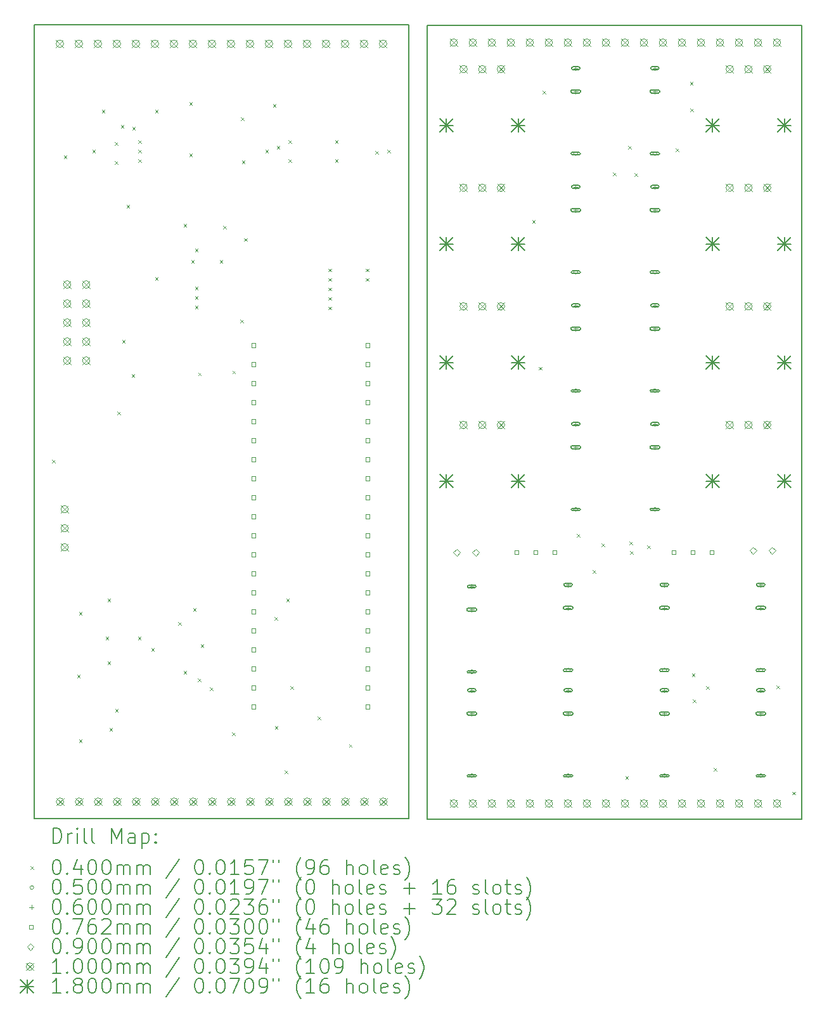
<source format=gbr>
%FSLAX45Y45*%
G04 Gerber Fmt 4.5, Leading zero omitted, Abs format (unit mm)*
G04 Created by KiCad (PCBNEW (6.0.0-0)) date 2023-01-05 23:18:20*
%MOMM*%
%LPD*%
G01*
G04 APERTURE LIST*
%TA.AperFunction,Profile*%
%ADD10C,0.200000*%
%TD*%
%ADD11C,0.200000*%
%ADD12C,0.040000*%
%ADD13C,0.050000*%
%ADD14C,0.060000*%
%ADD15C,0.076200*%
%ADD16C,0.090000*%
%ADD17C,0.100000*%
%ADD18C,0.180000*%
G04 APERTURE END LIST*
D10*
X8803000Y-27251080D02*
X13803000Y-27251080D01*
X13803000Y-27251080D02*
X13803000Y-37851080D01*
X13803000Y-37851080D02*
X8803000Y-37851080D01*
X8803000Y-37851080D02*
X8803000Y-27251080D01*
X3556000Y-27246000D02*
X8556000Y-27246000D01*
X8556000Y-27246000D02*
X8556000Y-37846000D01*
X8556000Y-37846000D02*
X3556000Y-37846000D01*
X3556000Y-37846000D02*
X3556000Y-27246000D01*
D11*
D12*
X3791280Y-33052760D02*
X3831280Y-33092760D01*
X3831280Y-33052760D02*
X3791280Y-33092760D01*
X3938600Y-33692840D02*
X3978600Y-33732840D01*
X3978600Y-33692840D02*
X3938600Y-33732840D01*
X3948400Y-28988600D02*
X3988400Y-29028600D01*
X3988400Y-28988600D02*
X3948400Y-29028600D01*
X4126200Y-35922800D02*
X4166200Y-35962800D01*
X4166200Y-35922800D02*
X4126200Y-35962800D01*
X4151600Y-35084600D02*
X4191600Y-35124600D01*
X4191600Y-35084600D02*
X4151600Y-35124600D01*
X4151600Y-36786400D02*
X4191600Y-36826400D01*
X4191600Y-36786400D02*
X4151600Y-36826400D01*
X4329400Y-28912400D02*
X4369400Y-28952400D01*
X4369400Y-28912400D02*
X4329400Y-28952400D01*
X4456400Y-28379000D02*
X4496400Y-28419000D01*
X4496400Y-28379000D02*
X4456400Y-28419000D01*
X4507200Y-35417600D02*
X4547200Y-35457600D01*
X4547200Y-35417600D02*
X4507200Y-35457600D01*
X4532600Y-34906800D02*
X4572600Y-34946800D01*
X4572600Y-34906800D02*
X4532600Y-34946800D01*
X4532600Y-35745000D02*
X4572600Y-35785000D01*
X4572600Y-35745000D02*
X4532600Y-35785000D01*
X4558000Y-36634000D02*
X4598000Y-36674000D01*
X4598000Y-36634000D02*
X4558000Y-36674000D01*
X4631400Y-28810800D02*
X4671400Y-28850800D01*
X4671400Y-28810800D02*
X4631400Y-28850800D01*
X4631400Y-29064800D02*
X4671400Y-29104800D01*
X4671400Y-29064800D02*
X4631400Y-29104800D01*
X4634200Y-36380000D02*
X4674200Y-36420000D01*
X4674200Y-36380000D02*
X4634200Y-36420000D01*
X4662500Y-32407600D02*
X4702500Y-32447600D01*
X4702500Y-32407600D02*
X4662500Y-32447600D01*
X4710400Y-28582200D02*
X4750400Y-28622200D01*
X4750400Y-28582200D02*
X4710400Y-28622200D01*
X4726000Y-31455100D02*
X4766000Y-31495100D01*
X4766000Y-31455100D02*
X4726000Y-31495100D01*
X4786600Y-29649000D02*
X4826600Y-29689000D01*
X4826600Y-29649000D02*
X4786600Y-29689000D01*
X4853000Y-31912980D02*
X4893000Y-31952980D01*
X4893000Y-31912980D02*
X4853000Y-31952980D01*
X4862800Y-28607600D02*
X4902800Y-28647600D01*
X4902800Y-28607600D02*
X4862800Y-28647600D01*
X4939000Y-35414800D02*
X4979000Y-35454800D01*
X4979000Y-35414800D02*
X4939000Y-35454800D01*
X4941800Y-28785400D02*
X4981800Y-28825400D01*
X4981800Y-28785400D02*
X4941800Y-28825400D01*
X4941800Y-28912400D02*
X4981800Y-28952400D01*
X4981800Y-28912400D02*
X4941800Y-28952400D01*
X4941800Y-29039400D02*
X4981800Y-29079400D01*
X4981800Y-29039400D02*
X4941800Y-29079400D01*
X5116800Y-35567200D02*
X5156800Y-35607200D01*
X5156800Y-35567200D02*
X5116800Y-35607200D01*
X5167600Y-28379000D02*
X5207600Y-28419000D01*
X5207600Y-28379000D02*
X5167600Y-28419000D01*
X5167600Y-30614200D02*
X5207600Y-30654200D01*
X5207600Y-30614200D02*
X5167600Y-30654200D01*
X5475200Y-35222218D02*
X5515200Y-35262218D01*
X5515200Y-35222218D02*
X5475200Y-35262218D01*
X5548600Y-29903000D02*
X5588600Y-29943000D01*
X5588600Y-29903000D02*
X5548600Y-29943000D01*
X5548600Y-35872000D02*
X5588600Y-35912000D01*
X5588600Y-35872000D02*
X5548600Y-35912000D01*
X5624800Y-28277400D02*
X5664800Y-28317400D01*
X5664800Y-28277400D02*
X5624800Y-28317400D01*
X5624800Y-28963200D02*
X5664800Y-29003200D01*
X5664800Y-28963200D02*
X5624800Y-29003200D01*
X5650200Y-30385600D02*
X5690200Y-30425600D01*
X5690200Y-30385600D02*
X5650200Y-30425600D01*
X5675600Y-35033800D02*
X5715600Y-35073800D01*
X5715600Y-35033800D02*
X5675600Y-35073800D01*
X5701000Y-30233200D02*
X5741000Y-30273200D01*
X5741000Y-30233200D02*
X5701000Y-30273200D01*
X5701000Y-30741200D02*
X5741000Y-30781200D01*
X5741000Y-30741200D02*
X5701000Y-30781200D01*
X5701000Y-30868200D02*
X5741000Y-30908200D01*
X5741000Y-30868200D02*
X5701000Y-30908200D01*
X5701000Y-30995200D02*
X5741000Y-31035200D01*
X5741000Y-30995200D02*
X5701000Y-31035200D01*
X5736920Y-35976300D02*
X5776920Y-36016300D01*
X5776920Y-35976300D02*
X5736920Y-36016300D01*
X5742000Y-31889100D02*
X5782000Y-31929100D01*
X5782000Y-31889100D02*
X5742000Y-31929100D01*
X5777200Y-35516400D02*
X5817200Y-35556400D01*
X5817200Y-35516400D02*
X5777200Y-35556400D01*
X5899748Y-36090600D02*
X5939748Y-36130600D01*
X5939748Y-36090600D02*
X5899748Y-36130600D01*
X6031200Y-30385600D02*
X6071200Y-30425600D01*
X6071200Y-30385600D02*
X6031200Y-30425600D01*
X6079200Y-29928400D02*
X6119200Y-29968400D01*
X6119200Y-29928400D02*
X6079200Y-29968400D01*
X6194120Y-36692580D02*
X6234120Y-36732580D01*
X6234120Y-36692580D02*
X6194120Y-36732580D01*
X6199200Y-31864040D02*
X6239200Y-31904040D01*
X6239200Y-31864040D02*
X6199200Y-31904040D01*
X6303340Y-31180780D02*
X6343340Y-31220780D01*
X6343340Y-31180780D02*
X6303340Y-31220780D01*
X6313500Y-28483300D02*
X6353500Y-28523300D01*
X6353500Y-28483300D02*
X6313500Y-28523300D01*
X6326200Y-29054800D02*
X6366200Y-29094800D01*
X6366200Y-29054800D02*
X6326200Y-29094800D01*
X6354900Y-30093500D02*
X6394900Y-30133500D01*
X6394900Y-30093500D02*
X6354900Y-30133500D01*
X6640800Y-28912400D02*
X6680800Y-28952400D01*
X6680800Y-28912400D02*
X6640800Y-28952400D01*
X6742400Y-28305600D02*
X6782400Y-28345600D01*
X6782400Y-28305600D02*
X6742400Y-28345600D01*
X6762738Y-35155739D02*
X6802738Y-35195739D01*
X6802738Y-35155739D02*
X6762738Y-35195739D01*
X6767800Y-36608600D02*
X6807800Y-36648600D01*
X6807800Y-36608600D02*
X6767800Y-36648600D01*
X6793200Y-28861600D02*
X6833200Y-28901600D01*
X6833200Y-28861600D02*
X6793200Y-28901600D01*
X6900000Y-37200000D02*
X6940000Y-37240000D01*
X6940000Y-37200000D02*
X6900000Y-37240000D01*
X6920200Y-34906800D02*
X6960200Y-34946800D01*
X6960200Y-34906800D02*
X6920200Y-34946800D01*
X6948500Y-28788100D02*
X6988500Y-28828100D01*
X6988500Y-28788100D02*
X6948500Y-28828100D01*
X6948500Y-29042100D02*
X6988500Y-29082100D01*
X6988500Y-29042100D02*
X6948500Y-29082100D01*
X6973900Y-36077900D02*
X7013900Y-36117900D01*
X7013900Y-36077900D02*
X6973900Y-36117900D01*
X7340000Y-36480000D02*
X7380000Y-36520000D01*
X7380000Y-36480000D02*
X7340000Y-36520000D01*
X7485500Y-30499900D02*
X7525500Y-30539900D01*
X7525500Y-30499900D02*
X7485500Y-30539900D01*
X7485500Y-30626900D02*
X7525500Y-30666900D01*
X7525500Y-30626900D02*
X7485500Y-30666900D01*
X7485500Y-30753900D02*
X7525500Y-30793900D01*
X7525500Y-30753900D02*
X7485500Y-30793900D01*
X7485500Y-30880900D02*
X7525500Y-30920900D01*
X7525500Y-30880900D02*
X7485500Y-30920900D01*
X7485500Y-31007900D02*
X7525500Y-31047900D01*
X7525500Y-31007900D02*
X7485500Y-31047900D01*
X7570800Y-28788100D02*
X7610800Y-28828100D01*
X7610800Y-28788100D02*
X7570800Y-28828100D01*
X7570800Y-29042100D02*
X7610800Y-29082100D01*
X7610800Y-29042100D02*
X7570800Y-29082100D01*
X7758400Y-36850000D02*
X7798400Y-36890000D01*
X7798400Y-36850000D02*
X7758400Y-36890000D01*
X7980500Y-30499900D02*
X8020500Y-30539900D01*
X8020500Y-30499900D02*
X7980500Y-30539900D01*
X7980500Y-30626900D02*
X8020500Y-30666900D01*
X8020500Y-30626900D02*
X7980500Y-30666900D01*
X8111200Y-28927800D02*
X8151200Y-28967800D01*
X8151200Y-28927800D02*
X8111200Y-28967800D01*
X8269200Y-28912400D02*
X8309200Y-28952400D01*
X8309200Y-28912400D02*
X8269200Y-28952400D01*
X10203500Y-29850400D02*
X10243500Y-29890400D01*
X10243500Y-29850400D02*
X10203500Y-29890400D01*
X10292400Y-31813800D02*
X10332400Y-31853800D01*
X10332400Y-31813800D02*
X10292400Y-31853800D01*
X10343200Y-28123200D02*
X10383200Y-28163200D01*
X10383200Y-28123200D02*
X10343200Y-28163200D01*
X10800400Y-34041400D02*
X10840400Y-34081400D01*
X10840400Y-34041400D02*
X10800400Y-34081400D01*
X11010100Y-34524000D02*
X11050100Y-34564000D01*
X11050100Y-34524000D02*
X11010100Y-34564000D01*
X11130000Y-34170000D02*
X11170000Y-34210000D01*
X11170000Y-34170000D02*
X11130000Y-34210000D01*
X11283000Y-29215400D02*
X11323000Y-29255400D01*
X11323000Y-29215400D02*
X11283000Y-29255400D01*
X11448100Y-37279900D02*
X11488100Y-37319900D01*
X11488100Y-37279900D02*
X11448100Y-37319900D01*
X11486200Y-28859800D02*
X11526200Y-28899800D01*
X11526200Y-28859800D02*
X11486200Y-28899800D01*
X11505100Y-34143000D02*
X11545100Y-34183000D01*
X11545100Y-34143000D02*
X11505100Y-34183000D01*
X11510000Y-34270000D02*
X11550000Y-34310000D01*
X11550000Y-34270000D02*
X11510000Y-34310000D01*
X11573811Y-29226811D02*
X11613811Y-29266811D01*
X11613811Y-29226811D02*
X11573811Y-29266811D01*
X11740200Y-34193800D02*
X11780200Y-34233800D01*
X11780200Y-34193800D02*
X11740200Y-34233800D01*
X12121200Y-28897900D02*
X12161200Y-28937900D01*
X12161200Y-28897900D02*
X12121200Y-28937900D01*
X12311700Y-28008900D02*
X12351700Y-28048900D01*
X12351700Y-28008900D02*
X12311700Y-28048900D01*
X12314500Y-28364500D02*
X12354500Y-28404500D01*
X12354500Y-28364500D02*
X12314500Y-28404500D01*
X12337100Y-35908300D02*
X12377100Y-35948300D01*
X12377100Y-35908300D02*
X12337100Y-35948300D01*
X12349800Y-36251200D02*
X12389800Y-36291200D01*
X12389800Y-36251200D02*
X12349800Y-36291200D01*
X12530400Y-36073400D02*
X12570400Y-36113400D01*
X12570400Y-36073400D02*
X12530400Y-36113400D01*
X12629200Y-37165600D02*
X12669200Y-37205600D01*
X12669200Y-37165600D02*
X12629200Y-37205600D01*
X13469940Y-36065780D02*
X13509940Y-36105780D01*
X13509940Y-36065780D02*
X13469940Y-36105780D01*
X13678220Y-37485640D02*
X13718220Y-37525640D01*
X13718220Y-37485640D02*
X13678220Y-37525640D01*
D13*
X9423000Y-35884450D02*
G75*
G03*
X9423000Y-35884450I-25000J0D01*
G01*
D11*
X9448000Y-35869450D02*
X9348000Y-35869450D01*
X9448000Y-35899450D02*
X9348000Y-35899450D01*
X9348000Y-35869450D02*
G75*
G03*
X9348000Y-35899450I0J-15000D01*
G01*
X9448000Y-35899450D02*
G75*
G03*
X9448000Y-35869450I0J15000D01*
G01*
D13*
X9423000Y-37271200D02*
G75*
G03*
X9423000Y-37271200I-25000J0D01*
G01*
D11*
X9448000Y-37256200D02*
X9348000Y-37256200D01*
X9448000Y-37286200D02*
X9348000Y-37286200D01*
X9348000Y-37256200D02*
G75*
G03*
X9348000Y-37286200I0J-15000D01*
G01*
X9448000Y-37286200D02*
G75*
G03*
X9448000Y-37256200I0J15000D01*
G01*
D13*
X10709933Y-35861500D02*
G75*
G03*
X10709933Y-35861500I-25000J0D01*
G01*
D11*
X10734933Y-35846500D02*
X10634933Y-35846500D01*
X10734933Y-35876500D02*
X10634933Y-35876500D01*
X10634933Y-35846500D02*
G75*
G03*
X10634933Y-35876500I0J-15000D01*
G01*
X10734933Y-35876500D02*
G75*
G03*
X10734933Y-35846500I0J15000D01*
G01*
D13*
X10709933Y-37271200D02*
G75*
G03*
X10709933Y-37271200I-25000J0D01*
G01*
D11*
X10734933Y-37256200D02*
X10634933Y-37256200D01*
X10734933Y-37286200D02*
X10634933Y-37286200D01*
X10634933Y-37256200D02*
G75*
G03*
X10634933Y-37286200I0J-15000D01*
G01*
X10734933Y-37286200D02*
G75*
G03*
X10734933Y-37256200I0J15000D01*
G01*
D13*
X10812033Y-28964400D02*
G75*
G03*
X10812033Y-28964400I-25000J0D01*
G01*
D11*
X10837033Y-28949400D02*
X10737033Y-28949400D01*
X10837033Y-28979400D02*
X10737033Y-28979400D01*
X10737033Y-28949400D02*
G75*
G03*
X10737033Y-28979400I0J-15000D01*
G01*
X10837033Y-28979400D02*
G75*
G03*
X10837033Y-28949400I0J15000D01*
G01*
D13*
X10812033Y-30548000D02*
G75*
G03*
X10812033Y-30548000I-25000J0D01*
G01*
D11*
X10837033Y-30533000D02*
X10737033Y-30533000D01*
X10837033Y-30563000D02*
X10737033Y-30563000D01*
X10737033Y-30533000D02*
G75*
G03*
X10737033Y-30563000I0J-15000D01*
G01*
X10837033Y-30563000D02*
G75*
G03*
X10837033Y-30533000I0J15000D01*
G01*
D13*
X10812033Y-32131600D02*
G75*
G03*
X10812033Y-32131600I-25000J0D01*
G01*
D11*
X10837033Y-32116600D02*
X10737033Y-32116600D01*
X10837033Y-32146600D02*
X10737033Y-32146600D01*
X10737033Y-32116600D02*
G75*
G03*
X10737033Y-32146600I0J-15000D01*
G01*
X10837033Y-32146600D02*
G75*
G03*
X10837033Y-32116600I0J15000D01*
G01*
D13*
X10812033Y-33715200D02*
G75*
G03*
X10812033Y-33715200I-25000J0D01*
G01*
D11*
X10837033Y-33700200D02*
X10737033Y-33700200D01*
X10837033Y-33730200D02*
X10737033Y-33730200D01*
X10737033Y-33700200D02*
G75*
G03*
X10737033Y-33730200I0J-15000D01*
G01*
X10837033Y-33730200D02*
G75*
G03*
X10837033Y-33700200I0J15000D01*
G01*
D13*
X11869367Y-28964400D02*
G75*
G03*
X11869367Y-28964400I-25000J0D01*
G01*
D11*
X11894367Y-28949400D02*
X11794367Y-28949400D01*
X11894367Y-28979400D02*
X11794367Y-28979400D01*
X11794367Y-28949400D02*
G75*
G03*
X11794367Y-28979400I0J-15000D01*
G01*
X11894367Y-28979400D02*
G75*
G03*
X11894367Y-28949400I0J15000D01*
G01*
D13*
X11869367Y-30548000D02*
G75*
G03*
X11869367Y-30548000I-25000J0D01*
G01*
D11*
X11894367Y-30533000D02*
X11794367Y-30533000D01*
X11894367Y-30563000D02*
X11794367Y-30563000D01*
X11794367Y-30533000D02*
G75*
G03*
X11794367Y-30563000I0J-15000D01*
G01*
X11894367Y-30563000D02*
G75*
G03*
X11894367Y-30533000I0J15000D01*
G01*
D13*
X11869367Y-32131600D02*
G75*
G03*
X11869367Y-32131600I-25000J0D01*
G01*
D11*
X11894367Y-32116600D02*
X11794367Y-32116600D01*
X11894367Y-32146600D02*
X11794367Y-32146600D01*
X11794367Y-32116600D02*
G75*
G03*
X11794367Y-32146600I0J-15000D01*
G01*
X11894367Y-32146600D02*
G75*
G03*
X11894367Y-32116600I0J15000D01*
G01*
D13*
X11869367Y-33715200D02*
G75*
G03*
X11869367Y-33715200I-25000J0D01*
G01*
D11*
X11894367Y-33700200D02*
X11794367Y-33700200D01*
X11894367Y-33730200D02*
X11794367Y-33730200D01*
X11794367Y-33700200D02*
G75*
G03*
X11794367Y-33730200I0J-15000D01*
G01*
X11894367Y-33730200D02*
G75*
G03*
X11894367Y-33700200I0J15000D01*
G01*
D13*
X11996867Y-35861500D02*
G75*
G03*
X11996867Y-35861500I-25000J0D01*
G01*
D11*
X12021867Y-35846500D02*
X11921867Y-35846500D01*
X12021867Y-35876500D02*
X11921867Y-35876500D01*
X11921867Y-35846500D02*
G75*
G03*
X11921867Y-35876500I0J-15000D01*
G01*
X12021867Y-35876500D02*
G75*
G03*
X12021867Y-35846500I0J15000D01*
G01*
D13*
X11996867Y-37271200D02*
G75*
G03*
X11996867Y-37271200I-25000J0D01*
G01*
D11*
X12021867Y-37256200D02*
X11921867Y-37256200D01*
X12021867Y-37286200D02*
X11921867Y-37286200D01*
X11921867Y-37256200D02*
G75*
G03*
X11921867Y-37286200I0J-15000D01*
G01*
X12021867Y-37286200D02*
G75*
G03*
X12021867Y-37256200I0J15000D01*
G01*
D13*
X13283800Y-35861500D02*
G75*
G03*
X13283800Y-35861500I-25000J0D01*
G01*
D11*
X13308800Y-35846500D02*
X13208800Y-35846500D01*
X13308800Y-35876500D02*
X13208800Y-35876500D01*
X13208800Y-35846500D02*
G75*
G03*
X13208800Y-35876500I0J-15000D01*
G01*
X13308800Y-35876500D02*
G75*
G03*
X13308800Y-35846500I0J15000D01*
G01*
D13*
X13283800Y-37271200D02*
G75*
G03*
X13283800Y-37271200I-25000J0D01*
G01*
D11*
X13308800Y-37256200D02*
X13208800Y-37256200D01*
X13308800Y-37286200D02*
X13208800Y-37286200D01*
X13208800Y-37256200D02*
G75*
G03*
X13208800Y-37286200I0J-15000D01*
G01*
X13308800Y-37286200D02*
G75*
G03*
X13308800Y-37256200I0J15000D01*
G01*
D14*
X9398000Y-34714450D02*
X9398000Y-34774450D01*
X9368000Y-34744450D02*
X9428000Y-34744450D01*
D11*
X9433000Y-34724450D02*
X9363000Y-34724450D01*
X9433000Y-34764450D02*
X9363000Y-34764450D01*
X9363000Y-34724450D02*
G75*
G03*
X9363000Y-34764450I0J-20000D01*
G01*
X9433000Y-34764450D02*
G75*
G03*
X9433000Y-34724450I0J20000D01*
G01*
D14*
X9398000Y-35024450D02*
X9398000Y-35084450D01*
X9368000Y-35054450D02*
X9428000Y-35054450D01*
D11*
X9443000Y-35034450D02*
X9353000Y-35034450D01*
X9443000Y-35074450D02*
X9353000Y-35074450D01*
X9353000Y-35034450D02*
G75*
G03*
X9353000Y-35074450I0J-20000D01*
G01*
X9443000Y-35074450D02*
G75*
G03*
X9443000Y-35034450I0J20000D01*
G01*
D14*
X9398000Y-36101200D02*
X9398000Y-36161200D01*
X9368000Y-36131200D02*
X9428000Y-36131200D01*
D11*
X9433000Y-36111200D02*
X9363000Y-36111200D01*
X9433000Y-36151200D02*
X9363000Y-36151200D01*
X9363000Y-36111200D02*
G75*
G03*
X9363000Y-36151200I0J-20000D01*
G01*
X9433000Y-36151200D02*
G75*
G03*
X9433000Y-36111200I0J20000D01*
G01*
D14*
X9398000Y-36411200D02*
X9398000Y-36471200D01*
X9368000Y-36441200D02*
X9428000Y-36441200D01*
D11*
X9443000Y-36421200D02*
X9353000Y-36421200D01*
X9443000Y-36461200D02*
X9353000Y-36461200D01*
X9353000Y-36421200D02*
G75*
G03*
X9353000Y-36461200I0J-20000D01*
G01*
X9443000Y-36461200D02*
G75*
G03*
X9443000Y-36421200I0J20000D01*
G01*
D14*
X10684933Y-34691500D02*
X10684933Y-34751500D01*
X10654933Y-34721500D02*
X10714933Y-34721500D01*
D11*
X10719933Y-34701500D02*
X10649933Y-34701500D01*
X10719933Y-34741500D02*
X10649933Y-34741500D01*
X10649933Y-34701500D02*
G75*
G03*
X10649933Y-34741500I0J-20000D01*
G01*
X10719933Y-34741500D02*
G75*
G03*
X10719933Y-34701500I0J20000D01*
G01*
D14*
X10684933Y-35001500D02*
X10684933Y-35061500D01*
X10654933Y-35031500D02*
X10714933Y-35031500D01*
D11*
X10729933Y-35011500D02*
X10639933Y-35011500D01*
X10729933Y-35051500D02*
X10639933Y-35051500D01*
X10639933Y-35011500D02*
G75*
G03*
X10639933Y-35051500I0J-20000D01*
G01*
X10729933Y-35051500D02*
G75*
G03*
X10729933Y-35011500I0J20000D01*
G01*
D14*
X10684933Y-36101200D02*
X10684933Y-36161200D01*
X10654933Y-36131200D02*
X10714933Y-36131200D01*
D11*
X10719933Y-36111200D02*
X10649933Y-36111200D01*
X10719933Y-36151200D02*
X10649933Y-36151200D01*
X10649933Y-36111200D02*
G75*
G03*
X10649933Y-36151200I0J-20000D01*
G01*
X10719933Y-36151200D02*
G75*
G03*
X10719933Y-36111200I0J20000D01*
G01*
D14*
X10684933Y-36411200D02*
X10684933Y-36471200D01*
X10654933Y-36441200D02*
X10714933Y-36441200D01*
D11*
X10729933Y-36421200D02*
X10639933Y-36421200D01*
X10729933Y-36461200D02*
X10639933Y-36461200D01*
X10639933Y-36421200D02*
G75*
G03*
X10639933Y-36461200I0J-20000D01*
G01*
X10729933Y-36461200D02*
G75*
G03*
X10729933Y-36421200I0J20000D01*
G01*
D14*
X10787033Y-27794400D02*
X10787033Y-27854400D01*
X10757033Y-27824400D02*
X10817033Y-27824400D01*
D11*
X10822033Y-27804400D02*
X10752033Y-27804400D01*
X10822033Y-27844400D02*
X10752033Y-27844400D01*
X10752033Y-27804400D02*
G75*
G03*
X10752033Y-27844400I0J-20000D01*
G01*
X10822033Y-27844400D02*
G75*
G03*
X10822033Y-27804400I0J20000D01*
G01*
D14*
X10787033Y-28104400D02*
X10787033Y-28164400D01*
X10757033Y-28134400D02*
X10817033Y-28134400D01*
D11*
X10832033Y-28114400D02*
X10742033Y-28114400D01*
X10832033Y-28154400D02*
X10742033Y-28154400D01*
X10742033Y-28114400D02*
G75*
G03*
X10742033Y-28154400I0J-20000D01*
G01*
X10832033Y-28154400D02*
G75*
G03*
X10832033Y-28114400I0J20000D01*
G01*
D14*
X10787033Y-29378000D02*
X10787033Y-29438000D01*
X10757033Y-29408000D02*
X10817033Y-29408000D01*
D11*
X10822033Y-29388000D02*
X10752033Y-29388000D01*
X10822033Y-29428000D02*
X10752033Y-29428000D01*
X10752033Y-29388000D02*
G75*
G03*
X10752033Y-29428000I0J-20000D01*
G01*
X10822033Y-29428000D02*
G75*
G03*
X10822033Y-29388000I0J20000D01*
G01*
D14*
X10787033Y-29688000D02*
X10787033Y-29748000D01*
X10757033Y-29718000D02*
X10817033Y-29718000D01*
D11*
X10832033Y-29698000D02*
X10742033Y-29698000D01*
X10832033Y-29738000D02*
X10742033Y-29738000D01*
X10742033Y-29698000D02*
G75*
G03*
X10742033Y-29738000I0J-20000D01*
G01*
X10832033Y-29738000D02*
G75*
G03*
X10832033Y-29698000I0J20000D01*
G01*
D14*
X10787033Y-30961600D02*
X10787033Y-31021600D01*
X10757033Y-30991600D02*
X10817033Y-30991600D01*
D11*
X10822033Y-30971600D02*
X10752033Y-30971600D01*
X10822033Y-31011600D02*
X10752033Y-31011600D01*
X10752033Y-30971600D02*
G75*
G03*
X10752033Y-31011600I0J-20000D01*
G01*
X10822033Y-31011600D02*
G75*
G03*
X10822033Y-30971600I0J20000D01*
G01*
D14*
X10787033Y-31271600D02*
X10787033Y-31331600D01*
X10757033Y-31301600D02*
X10817033Y-31301600D01*
D11*
X10832033Y-31281600D02*
X10742033Y-31281600D01*
X10832033Y-31321600D02*
X10742033Y-31321600D01*
X10742033Y-31281600D02*
G75*
G03*
X10742033Y-31321600I0J-20000D01*
G01*
X10832033Y-31321600D02*
G75*
G03*
X10832033Y-31281600I0J20000D01*
G01*
D14*
X10787033Y-32545200D02*
X10787033Y-32605200D01*
X10757033Y-32575200D02*
X10817033Y-32575200D01*
D11*
X10822033Y-32555200D02*
X10752033Y-32555200D01*
X10822033Y-32595200D02*
X10752033Y-32595200D01*
X10752033Y-32555200D02*
G75*
G03*
X10752033Y-32595200I0J-20000D01*
G01*
X10822033Y-32595200D02*
G75*
G03*
X10822033Y-32555200I0J20000D01*
G01*
D14*
X10787033Y-32855200D02*
X10787033Y-32915200D01*
X10757033Y-32885200D02*
X10817033Y-32885200D01*
D11*
X10832033Y-32865200D02*
X10742033Y-32865200D01*
X10832033Y-32905200D02*
X10742033Y-32905200D01*
X10742033Y-32865200D02*
G75*
G03*
X10742033Y-32905200I0J-20000D01*
G01*
X10832033Y-32905200D02*
G75*
G03*
X10832033Y-32865200I0J20000D01*
G01*
D14*
X11844367Y-27794400D02*
X11844367Y-27854400D01*
X11814367Y-27824400D02*
X11874367Y-27824400D01*
D11*
X11879367Y-27804400D02*
X11809367Y-27804400D01*
X11879367Y-27844400D02*
X11809367Y-27844400D01*
X11809367Y-27804400D02*
G75*
G03*
X11809367Y-27844400I0J-20000D01*
G01*
X11879367Y-27844400D02*
G75*
G03*
X11879367Y-27804400I0J20000D01*
G01*
D14*
X11844367Y-28104400D02*
X11844367Y-28164400D01*
X11814367Y-28134400D02*
X11874367Y-28134400D01*
D11*
X11889367Y-28114400D02*
X11799367Y-28114400D01*
X11889367Y-28154400D02*
X11799367Y-28154400D01*
X11799367Y-28114400D02*
G75*
G03*
X11799367Y-28154400I0J-20000D01*
G01*
X11889367Y-28154400D02*
G75*
G03*
X11889367Y-28114400I0J20000D01*
G01*
D14*
X11844367Y-29378000D02*
X11844367Y-29438000D01*
X11814367Y-29408000D02*
X11874367Y-29408000D01*
D11*
X11879367Y-29388000D02*
X11809367Y-29388000D01*
X11879367Y-29428000D02*
X11809367Y-29428000D01*
X11809367Y-29388000D02*
G75*
G03*
X11809367Y-29428000I0J-20000D01*
G01*
X11879367Y-29428000D02*
G75*
G03*
X11879367Y-29388000I0J20000D01*
G01*
D14*
X11844367Y-29688000D02*
X11844367Y-29748000D01*
X11814367Y-29718000D02*
X11874367Y-29718000D01*
D11*
X11889367Y-29698000D02*
X11799367Y-29698000D01*
X11889367Y-29738000D02*
X11799367Y-29738000D01*
X11799367Y-29698000D02*
G75*
G03*
X11799367Y-29738000I0J-20000D01*
G01*
X11889367Y-29738000D02*
G75*
G03*
X11889367Y-29698000I0J20000D01*
G01*
D14*
X11844367Y-30961600D02*
X11844367Y-31021600D01*
X11814367Y-30991600D02*
X11874367Y-30991600D01*
D11*
X11879367Y-30971600D02*
X11809367Y-30971600D01*
X11879367Y-31011600D02*
X11809367Y-31011600D01*
X11809367Y-30971600D02*
G75*
G03*
X11809367Y-31011600I0J-20000D01*
G01*
X11879367Y-31011600D02*
G75*
G03*
X11879367Y-30971600I0J20000D01*
G01*
D14*
X11844367Y-31271600D02*
X11844367Y-31331600D01*
X11814367Y-31301600D02*
X11874367Y-31301600D01*
D11*
X11889367Y-31281600D02*
X11799367Y-31281600D01*
X11889367Y-31321600D02*
X11799367Y-31321600D01*
X11799367Y-31281600D02*
G75*
G03*
X11799367Y-31321600I0J-20000D01*
G01*
X11889367Y-31321600D02*
G75*
G03*
X11889367Y-31281600I0J20000D01*
G01*
D14*
X11844367Y-32545200D02*
X11844367Y-32605200D01*
X11814367Y-32575200D02*
X11874367Y-32575200D01*
D11*
X11879367Y-32555200D02*
X11809367Y-32555200D01*
X11879367Y-32595200D02*
X11809367Y-32595200D01*
X11809367Y-32555200D02*
G75*
G03*
X11809367Y-32595200I0J-20000D01*
G01*
X11879367Y-32595200D02*
G75*
G03*
X11879367Y-32555200I0J20000D01*
G01*
D14*
X11844367Y-32855200D02*
X11844367Y-32915200D01*
X11814367Y-32885200D02*
X11874367Y-32885200D01*
D11*
X11889367Y-32865200D02*
X11799367Y-32865200D01*
X11889367Y-32905200D02*
X11799367Y-32905200D01*
X11799367Y-32865200D02*
G75*
G03*
X11799367Y-32905200I0J-20000D01*
G01*
X11889367Y-32905200D02*
G75*
G03*
X11889367Y-32865200I0J20000D01*
G01*
D14*
X11971867Y-34691500D02*
X11971867Y-34751500D01*
X11941867Y-34721500D02*
X12001867Y-34721500D01*
D11*
X12006867Y-34701500D02*
X11936867Y-34701500D01*
X12006867Y-34741500D02*
X11936867Y-34741500D01*
X11936867Y-34701500D02*
G75*
G03*
X11936867Y-34741500I0J-20000D01*
G01*
X12006867Y-34741500D02*
G75*
G03*
X12006867Y-34701500I0J20000D01*
G01*
D14*
X11971867Y-35001500D02*
X11971867Y-35061500D01*
X11941867Y-35031500D02*
X12001867Y-35031500D01*
D11*
X12016867Y-35011500D02*
X11926867Y-35011500D01*
X12016867Y-35051500D02*
X11926867Y-35051500D01*
X11926867Y-35011500D02*
G75*
G03*
X11926867Y-35051500I0J-20000D01*
G01*
X12016867Y-35051500D02*
G75*
G03*
X12016867Y-35011500I0J20000D01*
G01*
D14*
X11971867Y-36101200D02*
X11971867Y-36161200D01*
X11941867Y-36131200D02*
X12001867Y-36131200D01*
D11*
X12006867Y-36111200D02*
X11936867Y-36111200D01*
X12006867Y-36151200D02*
X11936867Y-36151200D01*
X11936867Y-36111200D02*
G75*
G03*
X11936867Y-36151200I0J-20000D01*
G01*
X12006867Y-36151200D02*
G75*
G03*
X12006867Y-36111200I0J20000D01*
G01*
D14*
X11971867Y-36411200D02*
X11971867Y-36471200D01*
X11941867Y-36441200D02*
X12001867Y-36441200D01*
D11*
X12016867Y-36421200D02*
X11926867Y-36421200D01*
X12016867Y-36461200D02*
X11926867Y-36461200D01*
X11926867Y-36421200D02*
G75*
G03*
X11926867Y-36461200I0J-20000D01*
G01*
X12016867Y-36461200D02*
G75*
G03*
X12016867Y-36421200I0J20000D01*
G01*
D14*
X13258800Y-34691500D02*
X13258800Y-34751500D01*
X13228800Y-34721500D02*
X13288800Y-34721500D01*
D11*
X13293800Y-34701500D02*
X13223800Y-34701500D01*
X13293800Y-34741500D02*
X13223800Y-34741500D01*
X13223800Y-34701500D02*
G75*
G03*
X13223800Y-34741500I0J-20000D01*
G01*
X13293800Y-34741500D02*
G75*
G03*
X13293800Y-34701500I0J20000D01*
G01*
D14*
X13258800Y-35001500D02*
X13258800Y-35061500D01*
X13228800Y-35031500D02*
X13288800Y-35031500D01*
D11*
X13303800Y-35011500D02*
X13213800Y-35011500D01*
X13303800Y-35051500D02*
X13213800Y-35051500D01*
X13213800Y-35011500D02*
G75*
G03*
X13213800Y-35051500I0J-20000D01*
G01*
X13303800Y-35051500D02*
G75*
G03*
X13303800Y-35011500I0J20000D01*
G01*
D14*
X13258800Y-36101200D02*
X13258800Y-36161200D01*
X13228800Y-36131200D02*
X13288800Y-36131200D01*
D11*
X13293800Y-36111200D02*
X13223800Y-36111200D01*
X13293800Y-36151200D02*
X13223800Y-36151200D01*
X13223800Y-36111200D02*
G75*
G03*
X13223800Y-36151200I0J-20000D01*
G01*
X13293800Y-36151200D02*
G75*
G03*
X13293800Y-36111200I0J20000D01*
G01*
D14*
X13258800Y-36411200D02*
X13258800Y-36471200D01*
X13228800Y-36441200D02*
X13288800Y-36441200D01*
D11*
X13303800Y-36421200D02*
X13213800Y-36421200D01*
X13303800Y-36461200D02*
X13213800Y-36461200D01*
X13213800Y-36421200D02*
G75*
G03*
X13213800Y-36461200I0J-20000D01*
G01*
X13303800Y-36461200D02*
G75*
G03*
X13303800Y-36421200I0J20000D01*
G01*
D15*
X6509941Y-31550141D02*
X6509941Y-31496259D01*
X6456059Y-31496259D01*
X6456059Y-31550141D01*
X6509941Y-31550141D01*
X6509941Y-31804141D02*
X6509941Y-31750259D01*
X6456059Y-31750259D01*
X6456059Y-31804141D01*
X6509941Y-31804141D01*
X6509941Y-32058141D02*
X6509941Y-32004259D01*
X6456059Y-32004259D01*
X6456059Y-32058141D01*
X6509941Y-32058141D01*
X6509941Y-32312141D02*
X6509941Y-32258259D01*
X6456059Y-32258259D01*
X6456059Y-32312141D01*
X6509941Y-32312141D01*
X6509941Y-32566141D02*
X6509941Y-32512259D01*
X6456059Y-32512259D01*
X6456059Y-32566141D01*
X6509941Y-32566141D01*
X6509941Y-32820141D02*
X6509941Y-32766259D01*
X6456059Y-32766259D01*
X6456059Y-32820141D01*
X6509941Y-32820141D01*
X6509941Y-33074141D02*
X6509941Y-33020259D01*
X6456059Y-33020259D01*
X6456059Y-33074141D01*
X6509941Y-33074141D01*
X6509941Y-33328141D02*
X6509941Y-33274259D01*
X6456059Y-33274259D01*
X6456059Y-33328141D01*
X6509941Y-33328141D01*
X6509941Y-33582141D02*
X6509941Y-33528259D01*
X6456059Y-33528259D01*
X6456059Y-33582141D01*
X6509941Y-33582141D01*
X6509941Y-33836141D02*
X6509941Y-33782259D01*
X6456059Y-33782259D01*
X6456059Y-33836141D01*
X6509941Y-33836141D01*
X6509941Y-34090141D02*
X6509941Y-34036259D01*
X6456059Y-34036259D01*
X6456059Y-34090141D01*
X6509941Y-34090141D01*
X6509941Y-34344141D02*
X6509941Y-34290259D01*
X6456059Y-34290259D01*
X6456059Y-34344141D01*
X6509941Y-34344141D01*
X6509941Y-34598141D02*
X6509941Y-34544259D01*
X6456059Y-34544259D01*
X6456059Y-34598141D01*
X6509941Y-34598141D01*
X6509941Y-34852141D02*
X6509941Y-34798259D01*
X6456059Y-34798259D01*
X6456059Y-34852141D01*
X6509941Y-34852141D01*
X6509941Y-35106141D02*
X6509941Y-35052259D01*
X6456059Y-35052259D01*
X6456059Y-35106141D01*
X6509941Y-35106141D01*
X6509941Y-35360141D02*
X6509941Y-35306259D01*
X6456059Y-35306259D01*
X6456059Y-35360141D01*
X6509941Y-35360141D01*
X6509941Y-35614141D02*
X6509941Y-35560259D01*
X6456059Y-35560259D01*
X6456059Y-35614141D01*
X6509941Y-35614141D01*
X6509941Y-35868141D02*
X6509941Y-35814259D01*
X6456059Y-35814259D01*
X6456059Y-35868141D01*
X6509941Y-35868141D01*
X6509941Y-36122141D02*
X6509941Y-36068259D01*
X6456059Y-36068259D01*
X6456059Y-36122141D01*
X6509941Y-36122141D01*
X6509941Y-36376141D02*
X6509941Y-36322259D01*
X6456059Y-36322259D01*
X6456059Y-36376141D01*
X6509941Y-36376141D01*
X8033941Y-31550141D02*
X8033941Y-31496259D01*
X7980059Y-31496259D01*
X7980059Y-31550141D01*
X8033941Y-31550141D01*
X8033941Y-31804141D02*
X8033941Y-31750259D01*
X7980059Y-31750259D01*
X7980059Y-31804141D01*
X8033941Y-31804141D01*
X8033941Y-32058141D02*
X8033941Y-32004259D01*
X7980059Y-32004259D01*
X7980059Y-32058141D01*
X8033941Y-32058141D01*
X8033941Y-32312141D02*
X8033941Y-32258259D01*
X7980059Y-32258259D01*
X7980059Y-32312141D01*
X8033941Y-32312141D01*
X8033941Y-32566141D02*
X8033941Y-32512259D01*
X7980059Y-32512259D01*
X7980059Y-32566141D01*
X8033941Y-32566141D01*
X8033941Y-32820141D02*
X8033941Y-32766259D01*
X7980059Y-32766259D01*
X7980059Y-32820141D01*
X8033941Y-32820141D01*
X8033941Y-33074141D02*
X8033941Y-33020259D01*
X7980059Y-33020259D01*
X7980059Y-33074141D01*
X8033941Y-33074141D01*
X8033941Y-33328141D02*
X8033941Y-33274259D01*
X7980059Y-33274259D01*
X7980059Y-33328141D01*
X8033941Y-33328141D01*
X8033941Y-33582141D02*
X8033941Y-33528259D01*
X7980059Y-33528259D01*
X7980059Y-33582141D01*
X8033941Y-33582141D01*
X8033941Y-33836141D02*
X8033941Y-33782259D01*
X7980059Y-33782259D01*
X7980059Y-33836141D01*
X8033941Y-33836141D01*
X8033941Y-34090141D02*
X8033941Y-34036259D01*
X7980059Y-34036259D01*
X7980059Y-34090141D01*
X8033941Y-34090141D01*
X8033941Y-34344141D02*
X8033941Y-34290259D01*
X7980059Y-34290259D01*
X7980059Y-34344141D01*
X8033941Y-34344141D01*
X8033941Y-34598141D02*
X8033941Y-34544259D01*
X7980059Y-34544259D01*
X7980059Y-34598141D01*
X8033941Y-34598141D01*
X8033941Y-34852141D02*
X8033941Y-34798259D01*
X7980059Y-34798259D01*
X7980059Y-34852141D01*
X8033941Y-34852141D01*
X8033941Y-35106141D02*
X8033941Y-35052259D01*
X7980059Y-35052259D01*
X7980059Y-35106141D01*
X8033941Y-35106141D01*
X8033941Y-35360141D02*
X8033941Y-35306259D01*
X7980059Y-35306259D01*
X7980059Y-35360141D01*
X8033941Y-35360141D01*
X8033941Y-35614141D02*
X8033941Y-35560259D01*
X7980059Y-35560259D01*
X7980059Y-35614141D01*
X8033941Y-35614141D01*
X8033941Y-35868141D02*
X8033941Y-35814259D01*
X7980059Y-35814259D01*
X7980059Y-35868141D01*
X8033941Y-35868141D01*
X8033941Y-36122141D02*
X8033941Y-36068259D01*
X7980059Y-36068259D01*
X7980059Y-36122141D01*
X8033941Y-36122141D01*
X8033941Y-36376141D02*
X8033941Y-36322259D01*
X7980059Y-36322259D01*
X7980059Y-36376141D01*
X8033941Y-36376141D01*
X10022941Y-34316941D02*
X10022941Y-34263059D01*
X9969059Y-34263059D01*
X9969059Y-34316941D01*
X10022941Y-34316941D01*
X10276941Y-34316941D02*
X10276941Y-34263059D01*
X10223059Y-34263059D01*
X10223059Y-34316941D01*
X10276941Y-34316941D01*
X10530941Y-34316941D02*
X10530941Y-34263059D01*
X10477059Y-34263059D01*
X10477059Y-34316941D01*
X10530941Y-34316941D01*
X12122941Y-34316941D02*
X12122941Y-34263059D01*
X12069059Y-34263059D01*
X12069059Y-34316941D01*
X12122941Y-34316941D01*
X12376941Y-34316941D02*
X12376941Y-34263059D01*
X12323059Y-34263059D01*
X12323059Y-34316941D01*
X12376941Y-34316941D01*
X12630941Y-34316941D02*
X12630941Y-34263059D01*
X12577059Y-34263059D01*
X12577059Y-34316941D01*
X12630941Y-34316941D01*
D16*
X9196000Y-34335000D02*
X9241000Y-34290000D01*
X9196000Y-34245000D01*
X9151000Y-34290000D01*
X9196000Y-34335000D01*
X9450000Y-34335000D02*
X9495000Y-34290000D01*
X9450000Y-34245000D01*
X9405000Y-34290000D01*
X9450000Y-34335000D01*
X13156000Y-34309600D02*
X13201000Y-34264600D01*
X13156000Y-34219600D01*
X13111000Y-34264600D01*
X13156000Y-34309600D01*
X13410000Y-34309600D02*
X13455000Y-34264600D01*
X13410000Y-34219600D01*
X13365000Y-34264600D01*
X13410000Y-34309600D01*
D17*
X3844640Y-27447500D02*
X3944640Y-27547500D01*
X3944640Y-27447500D02*
X3844640Y-27547500D01*
X3944640Y-27497500D02*
G75*
G03*
X3944640Y-27497500I-50000J0D01*
G01*
X3847640Y-37569360D02*
X3947640Y-37669360D01*
X3947640Y-37569360D02*
X3847640Y-37669360D01*
X3947640Y-37619360D02*
G75*
G03*
X3947640Y-37619360I-50000J0D01*
G01*
X3908600Y-33662840D02*
X4008600Y-33762840D01*
X4008600Y-33662840D02*
X3908600Y-33762840D01*
X4008600Y-33712840D02*
G75*
G03*
X4008600Y-33712840I-50000J0D01*
G01*
X3908600Y-33916840D02*
X4008600Y-34016840D01*
X4008600Y-33916840D02*
X3908600Y-34016840D01*
X4008600Y-33966840D02*
G75*
G03*
X4008600Y-33966840I-50000J0D01*
G01*
X3908600Y-34170840D02*
X4008600Y-34270840D01*
X4008600Y-34170840D02*
X3908600Y-34270840D01*
X4008600Y-34220840D02*
G75*
G03*
X4008600Y-34220840I-50000J0D01*
G01*
X3942500Y-30662500D02*
X4042500Y-30762500D01*
X4042500Y-30662500D02*
X3942500Y-30762500D01*
X4042500Y-30712500D02*
G75*
G03*
X4042500Y-30712500I-50000J0D01*
G01*
X3942500Y-30916500D02*
X4042500Y-31016500D01*
X4042500Y-30916500D02*
X3942500Y-31016500D01*
X4042500Y-30966500D02*
G75*
G03*
X4042500Y-30966500I-50000J0D01*
G01*
X3942500Y-31170500D02*
X4042500Y-31270500D01*
X4042500Y-31170500D02*
X3942500Y-31270500D01*
X4042500Y-31220500D02*
G75*
G03*
X4042500Y-31220500I-50000J0D01*
G01*
X3942500Y-31424500D02*
X4042500Y-31524500D01*
X4042500Y-31424500D02*
X3942500Y-31524500D01*
X4042500Y-31474500D02*
G75*
G03*
X4042500Y-31474500I-50000J0D01*
G01*
X3942500Y-31678500D02*
X4042500Y-31778500D01*
X4042500Y-31678500D02*
X3942500Y-31778500D01*
X4042500Y-31728500D02*
G75*
G03*
X4042500Y-31728500I-50000J0D01*
G01*
X4098640Y-27447500D02*
X4198640Y-27547500D01*
X4198640Y-27447500D02*
X4098640Y-27547500D01*
X4198640Y-27497500D02*
G75*
G03*
X4198640Y-27497500I-50000J0D01*
G01*
X4101640Y-37569360D02*
X4201640Y-37669360D01*
X4201640Y-37569360D02*
X4101640Y-37669360D01*
X4201640Y-37619360D02*
G75*
G03*
X4201640Y-37619360I-50000J0D01*
G01*
X4196500Y-30662500D02*
X4296500Y-30762500D01*
X4296500Y-30662500D02*
X4196500Y-30762500D01*
X4296500Y-30712500D02*
G75*
G03*
X4296500Y-30712500I-50000J0D01*
G01*
X4196500Y-30916500D02*
X4296500Y-31016500D01*
X4296500Y-30916500D02*
X4196500Y-31016500D01*
X4296500Y-30966500D02*
G75*
G03*
X4296500Y-30966500I-50000J0D01*
G01*
X4196500Y-31170500D02*
X4296500Y-31270500D01*
X4296500Y-31170500D02*
X4196500Y-31270500D01*
X4296500Y-31220500D02*
G75*
G03*
X4296500Y-31220500I-50000J0D01*
G01*
X4196500Y-31424500D02*
X4296500Y-31524500D01*
X4296500Y-31424500D02*
X4196500Y-31524500D01*
X4296500Y-31474500D02*
G75*
G03*
X4296500Y-31474500I-50000J0D01*
G01*
X4196500Y-31678500D02*
X4296500Y-31778500D01*
X4296500Y-31678500D02*
X4196500Y-31778500D01*
X4296500Y-31728500D02*
G75*
G03*
X4296500Y-31728500I-50000J0D01*
G01*
X4352640Y-27447500D02*
X4452640Y-27547500D01*
X4452640Y-27447500D02*
X4352640Y-27547500D01*
X4452640Y-27497500D02*
G75*
G03*
X4452640Y-27497500I-50000J0D01*
G01*
X4355640Y-37569360D02*
X4455640Y-37669360D01*
X4455640Y-37569360D02*
X4355640Y-37669360D01*
X4455640Y-37619360D02*
G75*
G03*
X4455640Y-37619360I-50000J0D01*
G01*
X4606640Y-27447500D02*
X4706640Y-27547500D01*
X4706640Y-27447500D02*
X4606640Y-27547500D01*
X4706640Y-27497500D02*
G75*
G03*
X4706640Y-27497500I-50000J0D01*
G01*
X4609640Y-37569360D02*
X4709640Y-37669360D01*
X4709640Y-37569360D02*
X4609640Y-37669360D01*
X4709640Y-37619360D02*
G75*
G03*
X4709640Y-37619360I-50000J0D01*
G01*
X4860640Y-27447500D02*
X4960640Y-27547500D01*
X4960640Y-27447500D02*
X4860640Y-27547500D01*
X4960640Y-27497500D02*
G75*
G03*
X4960640Y-27497500I-50000J0D01*
G01*
X4863640Y-37569360D02*
X4963640Y-37669360D01*
X4963640Y-37569360D02*
X4863640Y-37669360D01*
X4963640Y-37619360D02*
G75*
G03*
X4963640Y-37619360I-50000J0D01*
G01*
X5114640Y-27447500D02*
X5214640Y-27547500D01*
X5214640Y-27447500D02*
X5114640Y-27547500D01*
X5214640Y-27497500D02*
G75*
G03*
X5214640Y-27497500I-50000J0D01*
G01*
X5117640Y-37569360D02*
X5217640Y-37669360D01*
X5217640Y-37569360D02*
X5117640Y-37669360D01*
X5217640Y-37619360D02*
G75*
G03*
X5217640Y-37619360I-50000J0D01*
G01*
X5368640Y-27447500D02*
X5468640Y-27547500D01*
X5468640Y-27447500D02*
X5368640Y-27547500D01*
X5468640Y-27497500D02*
G75*
G03*
X5468640Y-27497500I-50000J0D01*
G01*
X5371640Y-37569360D02*
X5471640Y-37669360D01*
X5471640Y-37569360D02*
X5371640Y-37669360D01*
X5471640Y-37619360D02*
G75*
G03*
X5471640Y-37619360I-50000J0D01*
G01*
X5622640Y-27447500D02*
X5722640Y-27547500D01*
X5722640Y-27447500D02*
X5622640Y-27547500D01*
X5722640Y-27497500D02*
G75*
G03*
X5722640Y-27497500I-50000J0D01*
G01*
X5625640Y-37569360D02*
X5725640Y-37669360D01*
X5725640Y-37569360D02*
X5625640Y-37669360D01*
X5725640Y-37619360D02*
G75*
G03*
X5725640Y-37619360I-50000J0D01*
G01*
X5876640Y-27447500D02*
X5976640Y-27547500D01*
X5976640Y-27447500D02*
X5876640Y-27547500D01*
X5976640Y-27497500D02*
G75*
G03*
X5976640Y-27497500I-50000J0D01*
G01*
X5879640Y-37569360D02*
X5979640Y-37669360D01*
X5979640Y-37569360D02*
X5879640Y-37669360D01*
X5979640Y-37619360D02*
G75*
G03*
X5979640Y-37619360I-50000J0D01*
G01*
X6130640Y-27447500D02*
X6230640Y-27547500D01*
X6230640Y-27447500D02*
X6130640Y-27547500D01*
X6230640Y-27497500D02*
G75*
G03*
X6230640Y-27497500I-50000J0D01*
G01*
X6133640Y-37569360D02*
X6233640Y-37669360D01*
X6233640Y-37569360D02*
X6133640Y-37669360D01*
X6233640Y-37619360D02*
G75*
G03*
X6233640Y-37619360I-50000J0D01*
G01*
X6384640Y-27447500D02*
X6484640Y-27547500D01*
X6484640Y-27447500D02*
X6384640Y-27547500D01*
X6484640Y-27497500D02*
G75*
G03*
X6484640Y-27497500I-50000J0D01*
G01*
X6387640Y-37569360D02*
X6487640Y-37669360D01*
X6487640Y-37569360D02*
X6387640Y-37669360D01*
X6487640Y-37619360D02*
G75*
G03*
X6487640Y-37619360I-50000J0D01*
G01*
X6638640Y-27447500D02*
X6738640Y-27547500D01*
X6738640Y-27447500D02*
X6638640Y-27547500D01*
X6738640Y-27497500D02*
G75*
G03*
X6738640Y-27497500I-50000J0D01*
G01*
X6641640Y-37569360D02*
X6741640Y-37669360D01*
X6741640Y-37569360D02*
X6641640Y-37669360D01*
X6741640Y-37619360D02*
G75*
G03*
X6741640Y-37619360I-50000J0D01*
G01*
X6892640Y-27447500D02*
X6992640Y-27547500D01*
X6992640Y-27447500D02*
X6892640Y-27547500D01*
X6992640Y-27497500D02*
G75*
G03*
X6992640Y-27497500I-50000J0D01*
G01*
X6895640Y-37569360D02*
X6995640Y-37669360D01*
X6995640Y-37569360D02*
X6895640Y-37669360D01*
X6995640Y-37619360D02*
G75*
G03*
X6995640Y-37619360I-50000J0D01*
G01*
X7146640Y-27447500D02*
X7246640Y-27547500D01*
X7246640Y-27447500D02*
X7146640Y-27547500D01*
X7246640Y-27497500D02*
G75*
G03*
X7246640Y-27497500I-50000J0D01*
G01*
X7149640Y-37569360D02*
X7249640Y-37669360D01*
X7249640Y-37569360D02*
X7149640Y-37669360D01*
X7249640Y-37619360D02*
G75*
G03*
X7249640Y-37619360I-50000J0D01*
G01*
X7400640Y-27447500D02*
X7500640Y-27547500D01*
X7500640Y-27447500D02*
X7400640Y-27547500D01*
X7500640Y-27497500D02*
G75*
G03*
X7500640Y-27497500I-50000J0D01*
G01*
X7403640Y-37569360D02*
X7503640Y-37669360D01*
X7503640Y-37569360D02*
X7403640Y-37669360D01*
X7503640Y-37619360D02*
G75*
G03*
X7503640Y-37619360I-50000J0D01*
G01*
X7654640Y-27447500D02*
X7754640Y-27547500D01*
X7754640Y-27447500D02*
X7654640Y-27547500D01*
X7754640Y-27497500D02*
G75*
G03*
X7754640Y-27497500I-50000J0D01*
G01*
X7657640Y-37569360D02*
X7757640Y-37669360D01*
X7757640Y-37569360D02*
X7657640Y-37669360D01*
X7757640Y-37619360D02*
G75*
G03*
X7757640Y-37619360I-50000J0D01*
G01*
X7908640Y-27447500D02*
X8008640Y-27547500D01*
X8008640Y-27447500D02*
X7908640Y-27547500D01*
X8008640Y-27497500D02*
G75*
G03*
X8008640Y-27497500I-50000J0D01*
G01*
X7911640Y-37569360D02*
X8011640Y-37669360D01*
X8011640Y-37569360D02*
X7911640Y-37669360D01*
X8011640Y-37619360D02*
G75*
G03*
X8011640Y-37619360I-50000J0D01*
G01*
X8162640Y-27447500D02*
X8262640Y-27547500D01*
X8262640Y-27447500D02*
X8162640Y-27547500D01*
X8262640Y-27497500D02*
G75*
G03*
X8262640Y-27497500I-50000J0D01*
G01*
X8165640Y-37569360D02*
X8265640Y-37669360D01*
X8265640Y-37569360D02*
X8165640Y-37669360D01*
X8265640Y-37619360D02*
G75*
G03*
X8265640Y-37619360I-50000J0D01*
G01*
X9106240Y-27432800D02*
X9206240Y-27532800D01*
X9206240Y-27432800D02*
X9106240Y-27532800D01*
X9206240Y-27482800D02*
G75*
G03*
X9206240Y-27482800I-50000J0D01*
G01*
X9109240Y-37592800D02*
X9209240Y-37692800D01*
X9209240Y-37592800D02*
X9109240Y-37692800D01*
X9209240Y-37642800D02*
G75*
G03*
X9209240Y-37642800I-50000J0D01*
G01*
X9237700Y-27787400D02*
X9337700Y-27887400D01*
X9337700Y-27787400D02*
X9237700Y-27887400D01*
X9337700Y-27837400D02*
G75*
G03*
X9337700Y-27837400I-50000J0D01*
G01*
X9237700Y-29371000D02*
X9337700Y-29471000D01*
X9337700Y-29371000D02*
X9237700Y-29471000D01*
X9337700Y-29421000D02*
G75*
G03*
X9337700Y-29421000I-50000J0D01*
G01*
X9237700Y-30954600D02*
X9337700Y-31054600D01*
X9337700Y-30954600D02*
X9237700Y-31054600D01*
X9337700Y-31004600D02*
G75*
G03*
X9337700Y-31004600I-50000J0D01*
G01*
X9237700Y-32538200D02*
X9337700Y-32638200D01*
X9337700Y-32538200D02*
X9237700Y-32638200D01*
X9337700Y-32588200D02*
G75*
G03*
X9337700Y-32588200I-50000J0D01*
G01*
X9360240Y-27432800D02*
X9460240Y-27532800D01*
X9460240Y-27432800D02*
X9360240Y-27532800D01*
X9460240Y-27482800D02*
G75*
G03*
X9460240Y-27482800I-50000J0D01*
G01*
X9363240Y-37592800D02*
X9463240Y-37692800D01*
X9463240Y-37592800D02*
X9363240Y-37692800D01*
X9463240Y-37642800D02*
G75*
G03*
X9463240Y-37642800I-50000J0D01*
G01*
X9487700Y-27787400D02*
X9587700Y-27887400D01*
X9587700Y-27787400D02*
X9487700Y-27887400D01*
X9587700Y-27837400D02*
G75*
G03*
X9587700Y-27837400I-50000J0D01*
G01*
X9487700Y-29371000D02*
X9587700Y-29471000D01*
X9587700Y-29371000D02*
X9487700Y-29471000D01*
X9587700Y-29421000D02*
G75*
G03*
X9587700Y-29421000I-50000J0D01*
G01*
X9487700Y-30954600D02*
X9587700Y-31054600D01*
X9587700Y-30954600D02*
X9487700Y-31054600D01*
X9587700Y-31004600D02*
G75*
G03*
X9587700Y-31004600I-50000J0D01*
G01*
X9487700Y-32538200D02*
X9587700Y-32638200D01*
X9587700Y-32538200D02*
X9487700Y-32638200D01*
X9587700Y-32588200D02*
G75*
G03*
X9587700Y-32588200I-50000J0D01*
G01*
X9614240Y-27432800D02*
X9714240Y-27532800D01*
X9714240Y-27432800D02*
X9614240Y-27532800D01*
X9714240Y-27482800D02*
G75*
G03*
X9714240Y-27482800I-50000J0D01*
G01*
X9617240Y-37592800D02*
X9717240Y-37692800D01*
X9717240Y-37592800D02*
X9617240Y-37692800D01*
X9717240Y-37642800D02*
G75*
G03*
X9717240Y-37642800I-50000J0D01*
G01*
X9737700Y-27787400D02*
X9837700Y-27887400D01*
X9837700Y-27787400D02*
X9737700Y-27887400D01*
X9837700Y-27837400D02*
G75*
G03*
X9837700Y-27837400I-50000J0D01*
G01*
X9737700Y-29371000D02*
X9837700Y-29471000D01*
X9837700Y-29371000D02*
X9737700Y-29471000D01*
X9837700Y-29421000D02*
G75*
G03*
X9837700Y-29421000I-50000J0D01*
G01*
X9737700Y-30954600D02*
X9837700Y-31054600D01*
X9837700Y-30954600D02*
X9737700Y-31054600D01*
X9837700Y-31004600D02*
G75*
G03*
X9837700Y-31004600I-50000J0D01*
G01*
X9737700Y-32538200D02*
X9837700Y-32638200D01*
X9837700Y-32538200D02*
X9737700Y-32638200D01*
X9837700Y-32588200D02*
G75*
G03*
X9837700Y-32588200I-50000J0D01*
G01*
X9868240Y-27432800D02*
X9968240Y-27532800D01*
X9968240Y-27432800D02*
X9868240Y-27532800D01*
X9968240Y-27482800D02*
G75*
G03*
X9968240Y-27482800I-50000J0D01*
G01*
X9871240Y-37592800D02*
X9971240Y-37692800D01*
X9971240Y-37592800D02*
X9871240Y-37692800D01*
X9971240Y-37642800D02*
G75*
G03*
X9971240Y-37642800I-50000J0D01*
G01*
X10122240Y-27432800D02*
X10222240Y-27532800D01*
X10222240Y-27432800D02*
X10122240Y-27532800D01*
X10222240Y-27482800D02*
G75*
G03*
X10222240Y-27482800I-50000J0D01*
G01*
X10125240Y-37592800D02*
X10225240Y-37692800D01*
X10225240Y-37592800D02*
X10125240Y-37692800D01*
X10225240Y-37642800D02*
G75*
G03*
X10225240Y-37642800I-50000J0D01*
G01*
X10376240Y-27432800D02*
X10476240Y-27532800D01*
X10476240Y-27432800D02*
X10376240Y-27532800D01*
X10476240Y-27482800D02*
G75*
G03*
X10476240Y-27482800I-50000J0D01*
G01*
X10379240Y-37592800D02*
X10479240Y-37692800D01*
X10479240Y-37592800D02*
X10379240Y-37692800D01*
X10479240Y-37642800D02*
G75*
G03*
X10479240Y-37642800I-50000J0D01*
G01*
X10630240Y-27432800D02*
X10730240Y-27532800D01*
X10730240Y-27432800D02*
X10630240Y-27532800D01*
X10730240Y-27482800D02*
G75*
G03*
X10730240Y-27482800I-50000J0D01*
G01*
X10633240Y-37592800D02*
X10733240Y-37692800D01*
X10733240Y-37592800D02*
X10633240Y-37692800D01*
X10733240Y-37642800D02*
G75*
G03*
X10733240Y-37642800I-50000J0D01*
G01*
X10884240Y-27432800D02*
X10984240Y-27532800D01*
X10984240Y-27432800D02*
X10884240Y-27532800D01*
X10984240Y-27482800D02*
G75*
G03*
X10984240Y-27482800I-50000J0D01*
G01*
X10887240Y-37592800D02*
X10987240Y-37692800D01*
X10987240Y-37592800D02*
X10887240Y-37692800D01*
X10987240Y-37642800D02*
G75*
G03*
X10987240Y-37642800I-50000J0D01*
G01*
X11138240Y-27432800D02*
X11238240Y-27532800D01*
X11238240Y-27432800D02*
X11138240Y-27532800D01*
X11238240Y-27482800D02*
G75*
G03*
X11238240Y-27482800I-50000J0D01*
G01*
X11141240Y-37592800D02*
X11241240Y-37692800D01*
X11241240Y-37592800D02*
X11141240Y-37692800D01*
X11241240Y-37642800D02*
G75*
G03*
X11241240Y-37642800I-50000J0D01*
G01*
X11392240Y-27432800D02*
X11492240Y-27532800D01*
X11492240Y-27432800D02*
X11392240Y-27532800D01*
X11492240Y-27482800D02*
G75*
G03*
X11492240Y-27482800I-50000J0D01*
G01*
X11395240Y-37592800D02*
X11495240Y-37692800D01*
X11495240Y-37592800D02*
X11395240Y-37692800D01*
X11495240Y-37642800D02*
G75*
G03*
X11495240Y-37642800I-50000J0D01*
G01*
X11646240Y-27432800D02*
X11746240Y-27532800D01*
X11746240Y-27432800D02*
X11646240Y-27532800D01*
X11746240Y-27482800D02*
G75*
G03*
X11746240Y-27482800I-50000J0D01*
G01*
X11649240Y-37592800D02*
X11749240Y-37692800D01*
X11749240Y-37592800D02*
X11649240Y-37692800D01*
X11749240Y-37642800D02*
G75*
G03*
X11749240Y-37642800I-50000J0D01*
G01*
X11900240Y-27432800D02*
X12000240Y-27532800D01*
X12000240Y-27432800D02*
X11900240Y-27532800D01*
X12000240Y-27482800D02*
G75*
G03*
X12000240Y-27482800I-50000J0D01*
G01*
X11903240Y-37592800D02*
X12003240Y-37692800D01*
X12003240Y-37592800D02*
X11903240Y-37692800D01*
X12003240Y-37642800D02*
G75*
G03*
X12003240Y-37642800I-50000J0D01*
G01*
X12154240Y-27432800D02*
X12254240Y-27532800D01*
X12254240Y-27432800D02*
X12154240Y-27532800D01*
X12254240Y-27482800D02*
G75*
G03*
X12254240Y-27482800I-50000J0D01*
G01*
X12157240Y-37592800D02*
X12257240Y-37692800D01*
X12257240Y-37592800D02*
X12157240Y-37692800D01*
X12257240Y-37642800D02*
G75*
G03*
X12257240Y-37642800I-50000J0D01*
G01*
X12408240Y-27432800D02*
X12508240Y-27532800D01*
X12508240Y-27432800D02*
X12408240Y-27532800D01*
X12508240Y-27482800D02*
G75*
G03*
X12508240Y-27482800I-50000J0D01*
G01*
X12411240Y-37592800D02*
X12511240Y-37692800D01*
X12511240Y-37592800D02*
X12411240Y-37692800D01*
X12511240Y-37642800D02*
G75*
G03*
X12511240Y-37642800I-50000J0D01*
G01*
X12662240Y-27432800D02*
X12762240Y-27532800D01*
X12762240Y-27432800D02*
X12662240Y-27532800D01*
X12762240Y-27482800D02*
G75*
G03*
X12762240Y-27482800I-50000J0D01*
G01*
X12665240Y-37592800D02*
X12765240Y-37692800D01*
X12765240Y-37592800D02*
X12665240Y-37692800D01*
X12765240Y-37642800D02*
G75*
G03*
X12765240Y-37642800I-50000J0D01*
G01*
X12793700Y-27787400D02*
X12893700Y-27887400D01*
X12893700Y-27787400D02*
X12793700Y-27887400D01*
X12893700Y-27837400D02*
G75*
G03*
X12893700Y-27837400I-50000J0D01*
G01*
X12793700Y-29371000D02*
X12893700Y-29471000D01*
X12893700Y-29371000D02*
X12793700Y-29471000D01*
X12893700Y-29421000D02*
G75*
G03*
X12893700Y-29421000I-50000J0D01*
G01*
X12793700Y-30954600D02*
X12893700Y-31054600D01*
X12893700Y-30954600D02*
X12793700Y-31054600D01*
X12893700Y-31004600D02*
G75*
G03*
X12893700Y-31004600I-50000J0D01*
G01*
X12793700Y-32538200D02*
X12893700Y-32638200D01*
X12893700Y-32538200D02*
X12793700Y-32638200D01*
X12893700Y-32588200D02*
G75*
G03*
X12893700Y-32588200I-50000J0D01*
G01*
X12916240Y-27432800D02*
X13016240Y-27532800D01*
X13016240Y-27432800D02*
X12916240Y-27532800D01*
X13016240Y-27482800D02*
G75*
G03*
X13016240Y-27482800I-50000J0D01*
G01*
X12919240Y-37592800D02*
X13019240Y-37692800D01*
X13019240Y-37592800D02*
X12919240Y-37692800D01*
X13019240Y-37642800D02*
G75*
G03*
X13019240Y-37642800I-50000J0D01*
G01*
X13043700Y-27787400D02*
X13143700Y-27887400D01*
X13143700Y-27787400D02*
X13043700Y-27887400D01*
X13143700Y-27837400D02*
G75*
G03*
X13143700Y-27837400I-50000J0D01*
G01*
X13043700Y-29371000D02*
X13143700Y-29471000D01*
X13143700Y-29371000D02*
X13043700Y-29471000D01*
X13143700Y-29421000D02*
G75*
G03*
X13143700Y-29421000I-50000J0D01*
G01*
X13043700Y-30954600D02*
X13143700Y-31054600D01*
X13143700Y-30954600D02*
X13043700Y-31054600D01*
X13143700Y-31004600D02*
G75*
G03*
X13143700Y-31004600I-50000J0D01*
G01*
X13043700Y-32538200D02*
X13143700Y-32638200D01*
X13143700Y-32538200D02*
X13043700Y-32638200D01*
X13143700Y-32588200D02*
G75*
G03*
X13143700Y-32588200I-50000J0D01*
G01*
X13170240Y-27432800D02*
X13270240Y-27532800D01*
X13270240Y-27432800D02*
X13170240Y-27532800D01*
X13270240Y-27482800D02*
G75*
G03*
X13270240Y-27482800I-50000J0D01*
G01*
X13173240Y-37592800D02*
X13273240Y-37692800D01*
X13273240Y-37592800D02*
X13173240Y-37692800D01*
X13273240Y-37642800D02*
G75*
G03*
X13273240Y-37642800I-50000J0D01*
G01*
X13293700Y-27787400D02*
X13393700Y-27887400D01*
X13393700Y-27787400D02*
X13293700Y-27887400D01*
X13393700Y-27837400D02*
G75*
G03*
X13393700Y-27837400I-50000J0D01*
G01*
X13293700Y-29371000D02*
X13393700Y-29471000D01*
X13393700Y-29371000D02*
X13293700Y-29471000D01*
X13393700Y-29421000D02*
G75*
G03*
X13393700Y-29421000I-50000J0D01*
G01*
X13293700Y-30954600D02*
X13393700Y-31054600D01*
X13393700Y-30954600D02*
X13293700Y-31054600D01*
X13393700Y-31004600D02*
G75*
G03*
X13393700Y-31004600I-50000J0D01*
G01*
X13293700Y-32538200D02*
X13393700Y-32638200D01*
X13393700Y-32538200D02*
X13293700Y-32638200D01*
X13393700Y-32588200D02*
G75*
G03*
X13393700Y-32588200I-50000J0D01*
G01*
X13424240Y-27432800D02*
X13524240Y-27532800D01*
X13524240Y-27432800D02*
X13424240Y-27532800D01*
X13524240Y-27482800D02*
G75*
G03*
X13524240Y-27482800I-50000J0D01*
G01*
X13427240Y-37592800D02*
X13527240Y-37692800D01*
X13527240Y-37592800D02*
X13427240Y-37692800D01*
X13527240Y-37642800D02*
G75*
G03*
X13527240Y-37642800I-50000J0D01*
G01*
D18*
X8967700Y-28497400D02*
X9147700Y-28677400D01*
X9147700Y-28497400D02*
X8967700Y-28677400D01*
X9057700Y-28497400D02*
X9057700Y-28677400D01*
X8967700Y-28587400D02*
X9147700Y-28587400D01*
X8967700Y-30081000D02*
X9147700Y-30261000D01*
X9147700Y-30081000D02*
X8967700Y-30261000D01*
X9057700Y-30081000D02*
X9057700Y-30261000D01*
X8967700Y-30171000D02*
X9147700Y-30171000D01*
X8967700Y-31664600D02*
X9147700Y-31844600D01*
X9147700Y-31664600D02*
X8967700Y-31844600D01*
X9057700Y-31664600D02*
X9057700Y-31844600D01*
X8967700Y-31754600D02*
X9147700Y-31754600D01*
X8967700Y-33248200D02*
X9147700Y-33428200D01*
X9147700Y-33248200D02*
X8967700Y-33428200D01*
X9057700Y-33248200D02*
X9057700Y-33428200D01*
X8967700Y-33338200D02*
X9147700Y-33338200D01*
X9927700Y-28497400D02*
X10107700Y-28677400D01*
X10107700Y-28497400D02*
X9927700Y-28677400D01*
X10017700Y-28497400D02*
X10017700Y-28677400D01*
X9927700Y-28587400D02*
X10107700Y-28587400D01*
X9927700Y-30081000D02*
X10107700Y-30261000D01*
X10107700Y-30081000D02*
X9927700Y-30261000D01*
X10017700Y-30081000D02*
X10017700Y-30261000D01*
X9927700Y-30171000D02*
X10107700Y-30171000D01*
X9927700Y-31664600D02*
X10107700Y-31844600D01*
X10107700Y-31664600D02*
X9927700Y-31844600D01*
X10017700Y-31664600D02*
X10017700Y-31844600D01*
X9927700Y-31754600D02*
X10107700Y-31754600D01*
X9927700Y-33248200D02*
X10107700Y-33428200D01*
X10107700Y-33248200D02*
X9927700Y-33428200D01*
X10017700Y-33248200D02*
X10017700Y-33428200D01*
X9927700Y-33338200D02*
X10107700Y-33338200D01*
X12523700Y-28497400D02*
X12703700Y-28677400D01*
X12703700Y-28497400D02*
X12523700Y-28677400D01*
X12613700Y-28497400D02*
X12613700Y-28677400D01*
X12523700Y-28587400D02*
X12703700Y-28587400D01*
X12523700Y-30081000D02*
X12703700Y-30261000D01*
X12703700Y-30081000D02*
X12523700Y-30261000D01*
X12613700Y-30081000D02*
X12613700Y-30261000D01*
X12523700Y-30171000D02*
X12703700Y-30171000D01*
X12523700Y-31664600D02*
X12703700Y-31844600D01*
X12703700Y-31664600D02*
X12523700Y-31844600D01*
X12613700Y-31664600D02*
X12613700Y-31844600D01*
X12523700Y-31754600D02*
X12703700Y-31754600D01*
X12523700Y-33248200D02*
X12703700Y-33428200D01*
X12703700Y-33248200D02*
X12523700Y-33428200D01*
X12613700Y-33248200D02*
X12613700Y-33428200D01*
X12523700Y-33338200D02*
X12703700Y-33338200D01*
X13483700Y-28497400D02*
X13663700Y-28677400D01*
X13663700Y-28497400D02*
X13483700Y-28677400D01*
X13573700Y-28497400D02*
X13573700Y-28677400D01*
X13483700Y-28587400D02*
X13663700Y-28587400D01*
X13483700Y-30081000D02*
X13663700Y-30261000D01*
X13663700Y-30081000D02*
X13483700Y-30261000D01*
X13573700Y-30081000D02*
X13573700Y-30261000D01*
X13483700Y-30171000D02*
X13663700Y-30171000D01*
X13483700Y-31664600D02*
X13663700Y-31844600D01*
X13663700Y-31664600D02*
X13483700Y-31844600D01*
X13573700Y-31664600D02*
X13573700Y-31844600D01*
X13483700Y-31754600D02*
X13663700Y-31754600D01*
X13483700Y-33248200D02*
X13663700Y-33428200D01*
X13663700Y-33248200D02*
X13483700Y-33428200D01*
X13573700Y-33248200D02*
X13573700Y-33428200D01*
X13483700Y-33338200D02*
X13663700Y-33338200D01*
D11*
X3803619Y-38171556D02*
X3803619Y-37971556D01*
X3851238Y-37971556D01*
X3879809Y-37981080D01*
X3898857Y-38000128D01*
X3908381Y-38019175D01*
X3917905Y-38057270D01*
X3917905Y-38085842D01*
X3908381Y-38123937D01*
X3898857Y-38142985D01*
X3879809Y-38162032D01*
X3851238Y-38171556D01*
X3803619Y-38171556D01*
X4003619Y-38171556D02*
X4003619Y-38038223D01*
X4003619Y-38076318D02*
X4013143Y-38057270D01*
X4022667Y-38047747D01*
X4041714Y-38038223D01*
X4060762Y-38038223D01*
X4127428Y-38171556D02*
X4127428Y-38038223D01*
X4127428Y-37971556D02*
X4117905Y-37981080D01*
X4127428Y-37990604D01*
X4136952Y-37981080D01*
X4127428Y-37971556D01*
X4127428Y-37990604D01*
X4251238Y-38171556D02*
X4232190Y-38162032D01*
X4222667Y-38142985D01*
X4222667Y-37971556D01*
X4356000Y-38171556D02*
X4336952Y-38162032D01*
X4327429Y-38142985D01*
X4327429Y-37971556D01*
X4584571Y-38171556D02*
X4584571Y-37971556D01*
X4651238Y-38114413D01*
X4717905Y-37971556D01*
X4717905Y-38171556D01*
X4898857Y-38171556D02*
X4898857Y-38066794D01*
X4889333Y-38047747D01*
X4870286Y-38038223D01*
X4832190Y-38038223D01*
X4813143Y-38047747D01*
X4898857Y-38162032D02*
X4879810Y-38171556D01*
X4832190Y-38171556D01*
X4813143Y-38162032D01*
X4803619Y-38142985D01*
X4803619Y-38123937D01*
X4813143Y-38104890D01*
X4832190Y-38095366D01*
X4879810Y-38095366D01*
X4898857Y-38085842D01*
X4994095Y-38038223D02*
X4994095Y-38238223D01*
X4994095Y-38047747D02*
X5013143Y-38038223D01*
X5051238Y-38038223D01*
X5070286Y-38047747D01*
X5079810Y-38057270D01*
X5089333Y-38076318D01*
X5089333Y-38133461D01*
X5079810Y-38152509D01*
X5070286Y-38162032D01*
X5051238Y-38171556D01*
X5013143Y-38171556D01*
X4994095Y-38162032D01*
X5175048Y-38152509D02*
X5184571Y-38162032D01*
X5175048Y-38171556D01*
X5165524Y-38162032D01*
X5175048Y-38152509D01*
X5175048Y-38171556D01*
X5175048Y-38047747D02*
X5184571Y-38057270D01*
X5175048Y-38066794D01*
X5165524Y-38057270D01*
X5175048Y-38047747D01*
X5175048Y-38066794D01*
D12*
X3506000Y-38481080D02*
X3546000Y-38521080D01*
X3546000Y-38481080D02*
X3506000Y-38521080D01*
D11*
X3841714Y-38391556D02*
X3860762Y-38391556D01*
X3879809Y-38401080D01*
X3889333Y-38410604D01*
X3898857Y-38429651D01*
X3908381Y-38467747D01*
X3908381Y-38515366D01*
X3898857Y-38553461D01*
X3889333Y-38572509D01*
X3879809Y-38582032D01*
X3860762Y-38591556D01*
X3841714Y-38591556D01*
X3822667Y-38582032D01*
X3813143Y-38572509D01*
X3803619Y-38553461D01*
X3794095Y-38515366D01*
X3794095Y-38467747D01*
X3803619Y-38429651D01*
X3813143Y-38410604D01*
X3822667Y-38401080D01*
X3841714Y-38391556D01*
X3994095Y-38572509D02*
X4003619Y-38582032D01*
X3994095Y-38591556D01*
X3984571Y-38582032D01*
X3994095Y-38572509D01*
X3994095Y-38591556D01*
X4175048Y-38458223D02*
X4175048Y-38591556D01*
X4127428Y-38382032D02*
X4079809Y-38524890D01*
X4203619Y-38524890D01*
X4317905Y-38391556D02*
X4336952Y-38391556D01*
X4356000Y-38401080D01*
X4365524Y-38410604D01*
X4375048Y-38429651D01*
X4384571Y-38467747D01*
X4384571Y-38515366D01*
X4375048Y-38553461D01*
X4365524Y-38572509D01*
X4356000Y-38582032D01*
X4336952Y-38591556D01*
X4317905Y-38591556D01*
X4298857Y-38582032D01*
X4289333Y-38572509D01*
X4279810Y-38553461D01*
X4270286Y-38515366D01*
X4270286Y-38467747D01*
X4279810Y-38429651D01*
X4289333Y-38410604D01*
X4298857Y-38401080D01*
X4317905Y-38391556D01*
X4508381Y-38391556D02*
X4527429Y-38391556D01*
X4546476Y-38401080D01*
X4556000Y-38410604D01*
X4565524Y-38429651D01*
X4575048Y-38467747D01*
X4575048Y-38515366D01*
X4565524Y-38553461D01*
X4556000Y-38572509D01*
X4546476Y-38582032D01*
X4527429Y-38591556D01*
X4508381Y-38591556D01*
X4489333Y-38582032D01*
X4479810Y-38572509D01*
X4470286Y-38553461D01*
X4460762Y-38515366D01*
X4460762Y-38467747D01*
X4470286Y-38429651D01*
X4479810Y-38410604D01*
X4489333Y-38401080D01*
X4508381Y-38391556D01*
X4660762Y-38591556D02*
X4660762Y-38458223D01*
X4660762Y-38477270D02*
X4670286Y-38467747D01*
X4689333Y-38458223D01*
X4717905Y-38458223D01*
X4736952Y-38467747D01*
X4746476Y-38486794D01*
X4746476Y-38591556D01*
X4746476Y-38486794D02*
X4756000Y-38467747D01*
X4775048Y-38458223D01*
X4803619Y-38458223D01*
X4822667Y-38467747D01*
X4832190Y-38486794D01*
X4832190Y-38591556D01*
X4927429Y-38591556D02*
X4927429Y-38458223D01*
X4927429Y-38477270D02*
X4936952Y-38467747D01*
X4956000Y-38458223D01*
X4984571Y-38458223D01*
X5003619Y-38467747D01*
X5013143Y-38486794D01*
X5013143Y-38591556D01*
X5013143Y-38486794D02*
X5022667Y-38467747D01*
X5041714Y-38458223D01*
X5070286Y-38458223D01*
X5089333Y-38467747D01*
X5098857Y-38486794D01*
X5098857Y-38591556D01*
X5489333Y-38382032D02*
X5317905Y-38639175D01*
X5746476Y-38391556D02*
X5765524Y-38391556D01*
X5784571Y-38401080D01*
X5794095Y-38410604D01*
X5803619Y-38429651D01*
X5813143Y-38467747D01*
X5813143Y-38515366D01*
X5803619Y-38553461D01*
X5794095Y-38572509D01*
X5784571Y-38582032D01*
X5765524Y-38591556D01*
X5746476Y-38591556D01*
X5727428Y-38582032D01*
X5717905Y-38572509D01*
X5708381Y-38553461D01*
X5698857Y-38515366D01*
X5698857Y-38467747D01*
X5708381Y-38429651D01*
X5717905Y-38410604D01*
X5727428Y-38401080D01*
X5746476Y-38391556D01*
X5898857Y-38572509D02*
X5908381Y-38582032D01*
X5898857Y-38591556D01*
X5889333Y-38582032D01*
X5898857Y-38572509D01*
X5898857Y-38591556D01*
X6032190Y-38391556D02*
X6051238Y-38391556D01*
X6070286Y-38401080D01*
X6079809Y-38410604D01*
X6089333Y-38429651D01*
X6098857Y-38467747D01*
X6098857Y-38515366D01*
X6089333Y-38553461D01*
X6079809Y-38572509D01*
X6070286Y-38582032D01*
X6051238Y-38591556D01*
X6032190Y-38591556D01*
X6013143Y-38582032D01*
X6003619Y-38572509D01*
X5994095Y-38553461D01*
X5984571Y-38515366D01*
X5984571Y-38467747D01*
X5994095Y-38429651D01*
X6003619Y-38410604D01*
X6013143Y-38401080D01*
X6032190Y-38391556D01*
X6289333Y-38591556D02*
X6175048Y-38591556D01*
X6232190Y-38591556D02*
X6232190Y-38391556D01*
X6213143Y-38420128D01*
X6194095Y-38439175D01*
X6175048Y-38448699D01*
X6470286Y-38391556D02*
X6375048Y-38391556D01*
X6365524Y-38486794D01*
X6375048Y-38477270D01*
X6394095Y-38467747D01*
X6441714Y-38467747D01*
X6460762Y-38477270D01*
X6470286Y-38486794D01*
X6479809Y-38505842D01*
X6479809Y-38553461D01*
X6470286Y-38572509D01*
X6460762Y-38582032D01*
X6441714Y-38591556D01*
X6394095Y-38591556D01*
X6375048Y-38582032D01*
X6365524Y-38572509D01*
X6546476Y-38391556D02*
X6679809Y-38391556D01*
X6594095Y-38591556D01*
X6746476Y-38391556D02*
X6746476Y-38429651D01*
X6822667Y-38391556D02*
X6822667Y-38429651D01*
X7117905Y-38667747D02*
X7108381Y-38658223D01*
X7089333Y-38629651D01*
X7079809Y-38610604D01*
X7070286Y-38582032D01*
X7060762Y-38534413D01*
X7060762Y-38496318D01*
X7070286Y-38448699D01*
X7079809Y-38420128D01*
X7089333Y-38401080D01*
X7108381Y-38372509D01*
X7117905Y-38362985D01*
X7203619Y-38591556D02*
X7241714Y-38591556D01*
X7260762Y-38582032D01*
X7270286Y-38572509D01*
X7289333Y-38543937D01*
X7298857Y-38505842D01*
X7298857Y-38429651D01*
X7289333Y-38410604D01*
X7279809Y-38401080D01*
X7260762Y-38391556D01*
X7222667Y-38391556D01*
X7203619Y-38401080D01*
X7194095Y-38410604D01*
X7184571Y-38429651D01*
X7184571Y-38477270D01*
X7194095Y-38496318D01*
X7203619Y-38505842D01*
X7222667Y-38515366D01*
X7260762Y-38515366D01*
X7279809Y-38505842D01*
X7289333Y-38496318D01*
X7298857Y-38477270D01*
X7470286Y-38391556D02*
X7432190Y-38391556D01*
X7413143Y-38401080D01*
X7403619Y-38410604D01*
X7384571Y-38439175D01*
X7375048Y-38477270D01*
X7375048Y-38553461D01*
X7384571Y-38572509D01*
X7394095Y-38582032D01*
X7413143Y-38591556D01*
X7451238Y-38591556D01*
X7470286Y-38582032D01*
X7479809Y-38572509D01*
X7489333Y-38553461D01*
X7489333Y-38505842D01*
X7479809Y-38486794D01*
X7470286Y-38477270D01*
X7451238Y-38467747D01*
X7413143Y-38467747D01*
X7394095Y-38477270D01*
X7384571Y-38486794D01*
X7375048Y-38505842D01*
X7727428Y-38591556D02*
X7727428Y-38391556D01*
X7813143Y-38591556D02*
X7813143Y-38486794D01*
X7803619Y-38467747D01*
X7784571Y-38458223D01*
X7756000Y-38458223D01*
X7736952Y-38467747D01*
X7727428Y-38477270D01*
X7936952Y-38591556D02*
X7917905Y-38582032D01*
X7908381Y-38572509D01*
X7898857Y-38553461D01*
X7898857Y-38496318D01*
X7908381Y-38477270D01*
X7917905Y-38467747D01*
X7936952Y-38458223D01*
X7965524Y-38458223D01*
X7984571Y-38467747D01*
X7994095Y-38477270D01*
X8003619Y-38496318D01*
X8003619Y-38553461D01*
X7994095Y-38572509D01*
X7984571Y-38582032D01*
X7965524Y-38591556D01*
X7936952Y-38591556D01*
X8117905Y-38591556D02*
X8098857Y-38582032D01*
X8089333Y-38562985D01*
X8089333Y-38391556D01*
X8270286Y-38582032D02*
X8251238Y-38591556D01*
X8213143Y-38591556D01*
X8194095Y-38582032D01*
X8184571Y-38562985D01*
X8184571Y-38486794D01*
X8194095Y-38467747D01*
X8213143Y-38458223D01*
X8251238Y-38458223D01*
X8270286Y-38467747D01*
X8279809Y-38486794D01*
X8279809Y-38505842D01*
X8184571Y-38524890D01*
X8356000Y-38582032D02*
X8375048Y-38591556D01*
X8413143Y-38591556D01*
X8432190Y-38582032D01*
X8441714Y-38562985D01*
X8441714Y-38553461D01*
X8432190Y-38534413D01*
X8413143Y-38524890D01*
X8384571Y-38524890D01*
X8365524Y-38515366D01*
X8356000Y-38496318D01*
X8356000Y-38486794D01*
X8365524Y-38467747D01*
X8384571Y-38458223D01*
X8413143Y-38458223D01*
X8432190Y-38467747D01*
X8508381Y-38667747D02*
X8517905Y-38658223D01*
X8536952Y-38629651D01*
X8546476Y-38610604D01*
X8556000Y-38582032D01*
X8565524Y-38534413D01*
X8565524Y-38496318D01*
X8556000Y-38448699D01*
X8546476Y-38420128D01*
X8536952Y-38401080D01*
X8517905Y-38372509D01*
X8508381Y-38362985D01*
D13*
X3546000Y-38765080D02*
G75*
G03*
X3546000Y-38765080I-25000J0D01*
G01*
D11*
X3841714Y-38655556D02*
X3860762Y-38655556D01*
X3879809Y-38665080D01*
X3889333Y-38674604D01*
X3898857Y-38693651D01*
X3908381Y-38731747D01*
X3908381Y-38779366D01*
X3898857Y-38817461D01*
X3889333Y-38836509D01*
X3879809Y-38846032D01*
X3860762Y-38855556D01*
X3841714Y-38855556D01*
X3822667Y-38846032D01*
X3813143Y-38836509D01*
X3803619Y-38817461D01*
X3794095Y-38779366D01*
X3794095Y-38731747D01*
X3803619Y-38693651D01*
X3813143Y-38674604D01*
X3822667Y-38665080D01*
X3841714Y-38655556D01*
X3994095Y-38836509D02*
X4003619Y-38846032D01*
X3994095Y-38855556D01*
X3984571Y-38846032D01*
X3994095Y-38836509D01*
X3994095Y-38855556D01*
X4184571Y-38655556D02*
X4089333Y-38655556D01*
X4079809Y-38750794D01*
X4089333Y-38741270D01*
X4108381Y-38731747D01*
X4156000Y-38731747D01*
X4175048Y-38741270D01*
X4184571Y-38750794D01*
X4194095Y-38769842D01*
X4194095Y-38817461D01*
X4184571Y-38836509D01*
X4175048Y-38846032D01*
X4156000Y-38855556D01*
X4108381Y-38855556D01*
X4089333Y-38846032D01*
X4079809Y-38836509D01*
X4317905Y-38655556D02*
X4336952Y-38655556D01*
X4356000Y-38665080D01*
X4365524Y-38674604D01*
X4375048Y-38693651D01*
X4384571Y-38731747D01*
X4384571Y-38779366D01*
X4375048Y-38817461D01*
X4365524Y-38836509D01*
X4356000Y-38846032D01*
X4336952Y-38855556D01*
X4317905Y-38855556D01*
X4298857Y-38846032D01*
X4289333Y-38836509D01*
X4279810Y-38817461D01*
X4270286Y-38779366D01*
X4270286Y-38731747D01*
X4279810Y-38693651D01*
X4289333Y-38674604D01*
X4298857Y-38665080D01*
X4317905Y-38655556D01*
X4508381Y-38655556D02*
X4527429Y-38655556D01*
X4546476Y-38665080D01*
X4556000Y-38674604D01*
X4565524Y-38693651D01*
X4575048Y-38731747D01*
X4575048Y-38779366D01*
X4565524Y-38817461D01*
X4556000Y-38836509D01*
X4546476Y-38846032D01*
X4527429Y-38855556D01*
X4508381Y-38855556D01*
X4489333Y-38846032D01*
X4479810Y-38836509D01*
X4470286Y-38817461D01*
X4460762Y-38779366D01*
X4460762Y-38731747D01*
X4470286Y-38693651D01*
X4479810Y-38674604D01*
X4489333Y-38665080D01*
X4508381Y-38655556D01*
X4660762Y-38855556D02*
X4660762Y-38722223D01*
X4660762Y-38741270D02*
X4670286Y-38731747D01*
X4689333Y-38722223D01*
X4717905Y-38722223D01*
X4736952Y-38731747D01*
X4746476Y-38750794D01*
X4746476Y-38855556D01*
X4746476Y-38750794D02*
X4756000Y-38731747D01*
X4775048Y-38722223D01*
X4803619Y-38722223D01*
X4822667Y-38731747D01*
X4832190Y-38750794D01*
X4832190Y-38855556D01*
X4927429Y-38855556D02*
X4927429Y-38722223D01*
X4927429Y-38741270D02*
X4936952Y-38731747D01*
X4956000Y-38722223D01*
X4984571Y-38722223D01*
X5003619Y-38731747D01*
X5013143Y-38750794D01*
X5013143Y-38855556D01*
X5013143Y-38750794D02*
X5022667Y-38731747D01*
X5041714Y-38722223D01*
X5070286Y-38722223D01*
X5089333Y-38731747D01*
X5098857Y-38750794D01*
X5098857Y-38855556D01*
X5489333Y-38646032D02*
X5317905Y-38903175D01*
X5746476Y-38655556D02*
X5765524Y-38655556D01*
X5784571Y-38665080D01*
X5794095Y-38674604D01*
X5803619Y-38693651D01*
X5813143Y-38731747D01*
X5813143Y-38779366D01*
X5803619Y-38817461D01*
X5794095Y-38836509D01*
X5784571Y-38846032D01*
X5765524Y-38855556D01*
X5746476Y-38855556D01*
X5727428Y-38846032D01*
X5717905Y-38836509D01*
X5708381Y-38817461D01*
X5698857Y-38779366D01*
X5698857Y-38731747D01*
X5708381Y-38693651D01*
X5717905Y-38674604D01*
X5727428Y-38665080D01*
X5746476Y-38655556D01*
X5898857Y-38836509D02*
X5908381Y-38846032D01*
X5898857Y-38855556D01*
X5889333Y-38846032D01*
X5898857Y-38836509D01*
X5898857Y-38855556D01*
X6032190Y-38655556D02*
X6051238Y-38655556D01*
X6070286Y-38665080D01*
X6079809Y-38674604D01*
X6089333Y-38693651D01*
X6098857Y-38731747D01*
X6098857Y-38779366D01*
X6089333Y-38817461D01*
X6079809Y-38836509D01*
X6070286Y-38846032D01*
X6051238Y-38855556D01*
X6032190Y-38855556D01*
X6013143Y-38846032D01*
X6003619Y-38836509D01*
X5994095Y-38817461D01*
X5984571Y-38779366D01*
X5984571Y-38731747D01*
X5994095Y-38693651D01*
X6003619Y-38674604D01*
X6013143Y-38665080D01*
X6032190Y-38655556D01*
X6289333Y-38855556D02*
X6175048Y-38855556D01*
X6232190Y-38855556D02*
X6232190Y-38655556D01*
X6213143Y-38684128D01*
X6194095Y-38703175D01*
X6175048Y-38712699D01*
X6384571Y-38855556D02*
X6422667Y-38855556D01*
X6441714Y-38846032D01*
X6451238Y-38836509D01*
X6470286Y-38807937D01*
X6479809Y-38769842D01*
X6479809Y-38693651D01*
X6470286Y-38674604D01*
X6460762Y-38665080D01*
X6441714Y-38655556D01*
X6403619Y-38655556D01*
X6384571Y-38665080D01*
X6375048Y-38674604D01*
X6365524Y-38693651D01*
X6365524Y-38741270D01*
X6375048Y-38760318D01*
X6384571Y-38769842D01*
X6403619Y-38779366D01*
X6441714Y-38779366D01*
X6460762Y-38769842D01*
X6470286Y-38760318D01*
X6479809Y-38741270D01*
X6546476Y-38655556D02*
X6679809Y-38655556D01*
X6594095Y-38855556D01*
X6746476Y-38655556D02*
X6746476Y-38693651D01*
X6822667Y-38655556D02*
X6822667Y-38693651D01*
X7117905Y-38931747D02*
X7108381Y-38922223D01*
X7089333Y-38893651D01*
X7079809Y-38874604D01*
X7070286Y-38846032D01*
X7060762Y-38798413D01*
X7060762Y-38760318D01*
X7070286Y-38712699D01*
X7079809Y-38684128D01*
X7089333Y-38665080D01*
X7108381Y-38636509D01*
X7117905Y-38626985D01*
X7232190Y-38655556D02*
X7251238Y-38655556D01*
X7270286Y-38665080D01*
X7279809Y-38674604D01*
X7289333Y-38693651D01*
X7298857Y-38731747D01*
X7298857Y-38779366D01*
X7289333Y-38817461D01*
X7279809Y-38836509D01*
X7270286Y-38846032D01*
X7251238Y-38855556D01*
X7232190Y-38855556D01*
X7213143Y-38846032D01*
X7203619Y-38836509D01*
X7194095Y-38817461D01*
X7184571Y-38779366D01*
X7184571Y-38731747D01*
X7194095Y-38693651D01*
X7203619Y-38674604D01*
X7213143Y-38665080D01*
X7232190Y-38655556D01*
X7536952Y-38855556D02*
X7536952Y-38655556D01*
X7622667Y-38855556D02*
X7622667Y-38750794D01*
X7613143Y-38731747D01*
X7594095Y-38722223D01*
X7565524Y-38722223D01*
X7546476Y-38731747D01*
X7536952Y-38741270D01*
X7746476Y-38855556D02*
X7727428Y-38846032D01*
X7717905Y-38836509D01*
X7708381Y-38817461D01*
X7708381Y-38760318D01*
X7717905Y-38741270D01*
X7727428Y-38731747D01*
X7746476Y-38722223D01*
X7775048Y-38722223D01*
X7794095Y-38731747D01*
X7803619Y-38741270D01*
X7813143Y-38760318D01*
X7813143Y-38817461D01*
X7803619Y-38836509D01*
X7794095Y-38846032D01*
X7775048Y-38855556D01*
X7746476Y-38855556D01*
X7927428Y-38855556D02*
X7908381Y-38846032D01*
X7898857Y-38826985D01*
X7898857Y-38655556D01*
X8079809Y-38846032D02*
X8060762Y-38855556D01*
X8022667Y-38855556D01*
X8003619Y-38846032D01*
X7994095Y-38826985D01*
X7994095Y-38750794D01*
X8003619Y-38731747D01*
X8022667Y-38722223D01*
X8060762Y-38722223D01*
X8079809Y-38731747D01*
X8089333Y-38750794D01*
X8089333Y-38769842D01*
X7994095Y-38788890D01*
X8165524Y-38846032D02*
X8184571Y-38855556D01*
X8222667Y-38855556D01*
X8241714Y-38846032D01*
X8251238Y-38826985D01*
X8251238Y-38817461D01*
X8241714Y-38798413D01*
X8222667Y-38788890D01*
X8194095Y-38788890D01*
X8175048Y-38779366D01*
X8165524Y-38760318D01*
X8165524Y-38750794D01*
X8175048Y-38731747D01*
X8194095Y-38722223D01*
X8222667Y-38722223D01*
X8241714Y-38731747D01*
X8489333Y-38779366D02*
X8641714Y-38779366D01*
X8565524Y-38855556D02*
X8565524Y-38703175D01*
X8994095Y-38855556D02*
X8879810Y-38855556D01*
X8936952Y-38855556D02*
X8936952Y-38655556D01*
X8917905Y-38684128D01*
X8898857Y-38703175D01*
X8879810Y-38712699D01*
X9165524Y-38655556D02*
X9127429Y-38655556D01*
X9108381Y-38665080D01*
X9098857Y-38674604D01*
X9079810Y-38703175D01*
X9070286Y-38741270D01*
X9070286Y-38817461D01*
X9079810Y-38836509D01*
X9089333Y-38846032D01*
X9108381Y-38855556D01*
X9146476Y-38855556D01*
X9165524Y-38846032D01*
X9175048Y-38836509D01*
X9184571Y-38817461D01*
X9184571Y-38769842D01*
X9175048Y-38750794D01*
X9165524Y-38741270D01*
X9146476Y-38731747D01*
X9108381Y-38731747D01*
X9089333Y-38741270D01*
X9079810Y-38750794D01*
X9070286Y-38769842D01*
X9413143Y-38846032D02*
X9432190Y-38855556D01*
X9470286Y-38855556D01*
X9489333Y-38846032D01*
X9498857Y-38826985D01*
X9498857Y-38817461D01*
X9489333Y-38798413D01*
X9470286Y-38788890D01*
X9441714Y-38788890D01*
X9422667Y-38779366D01*
X9413143Y-38760318D01*
X9413143Y-38750794D01*
X9422667Y-38731747D01*
X9441714Y-38722223D01*
X9470286Y-38722223D01*
X9489333Y-38731747D01*
X9613143Y-38855556D02*
X9594095Y-38846032D01*
X9584571Y-38826985D01*
X9584571Y-38655556D01*
X9717905Y-38855556D02*
X9698857Y-38846032D01*
X9689333Y-38836509D01*
X9679810Y-38817461D01*
X9679810Y-38760318D01*
X9689333Y-38741270D01*
X9698857Y-38731747D01*
X9717905Y-38722223D01*
X9746476Y-38722223D01*
X9765524Y-38731747D01*
X9775048Y-38741270D01*
X9784571Y-38760318D01*
X9784571Y-38817461D01*
X9775048Y-38836509D01*
X9765524Y-38846032D01*
X9746476Y-38855556D01*
X9717905Y-38855556D01*
X9841714Y-38722223D02*
X9917905Y-38722223D01*
X9870286Y-38655556D02*
X9870286Y-38826985D01*
X9879810Y-38846032D01*
X9898857Y-38855556D01*
X9917905Y-38855556D01*
X9975048Y-38846032D02*
X9994095Y-38855556D01*
X10032190Y-38855556D01*
X10051238Y-38846032D01*
X10060762Y-38826985D01*
X10060762Y-38817461D01*
X10051238Y-38798413D01*
X10032190Y-38788890D01*
X10003619Y-38788890D01*
X9984571Y-38779366D01*
X9975048Y-38760318D01*
X9975048Y-38750794D01*
X9984571Y-38731747D01*
X10003619Y-38722223D01*
X10032190Y-38722223D01*
X10051238Y-38731747D01*
X10127429Y-38931747D02*
X10136952Y-38922223D01*
X10156000Y-38893651D01*
X10165524Y-38874604D01*
X10175048Y-38846032D01*
X10184571Y-38798413D01*
X10184571Y-38760318D01*
X10175048Y-38712699D01*
X10165524Y-38684128D01*
X10156000Y-38665080D01*
X10136952Y-38636509D01*
X10127429Y-38626985D01*
D14*
X3516000Y-38999080D02*
X3516000Y-39059080D01*
X3486000Y-39029080D02*
X3546000Y-39029080D01*
D11*
X3841714Y-38919556D02*
X3860762Y-38919556D01*
X3879809Y-38929080D01*
X3889333Y-38938604D01*
X3898857Y-38957651D01*
X3908381Y-38995747D01*
X3908381Y-39043366D01*
X3898857Y-39081461D01*
X3889333Y-39100509D01*
X3879809Y-39110032D01*
X3860762Y-39119556D01*
X3841714Y-39119556D01*
X3822667Y-39110032D01*
X3813143Y-39100509D01*
X3803619Y-39081461D01*
X3794095Y-39043366D01*
X3794095Y-38995747D01*
X3803619Y-38957651D01*
X3813143Y-38938604D01*
X3822667Y-38929080D01*
X3841714Y-38919556D01*
X3994095Y-39100509D02*
X4003619Y-39110032D01*
X3994095Y-39119556D01*
X3984571Y-39110032D01*
X3994095Y-39100509D01*
X3994095Y-39119556D01*
X4175048Y-38919556D02*
X4136952Y-38919556D01*
X4117905Y-38929080D01*
X4108381Y-38938604D01*
X4089333Y-38967175D01*
X4079809Y-39005270D01*
X4079809Y-39081461D01*
X4089333Y-39100509D01*
X4098857Y-39110032D01*
X4117905Y-39119556D01*
X4156000Y-39119556D01*
X4175048Y-39110032D01*
X4184571Y-39100509D01*
X4194095Y-39081461D01*
X4194095Y-39033842D01*
X4184571Y-39014794D01*
X4175048Y-39005270D01*
X4156000Y-38995747D01*
X4117905Y-38995747D01*
X4098857Y-39005270D01*
X4089333Y-39014794D01*
X4079809Y-39033842D01*
X4317905Y-38919556D02*
X4336952Y-38919556D01*
X4356000Y-38929080D01*
X4365524Y-38938604D01*
X4375048Y-38957651D01*
X4384571Y-38995747D01*
X4384571Y-39043366D01*
X4375048Y-39081461D01*
X4365524Y-39100509D01*
X4356000Y-39110032D01*
X4336952Y-39119556D01*
X4317905Y-39119556D01*
X4298857Y-39110032D01*
X4289333Y-39100509D01*
X4279810Y-39081461D01*
X4270286Y-39043366D01*
X4270286Y-38995747D01*
X4279810Y-38957651D01*
X4289333Y-38938604D01*
X4298857Y-38929080D01*
X4317905Y-38919556D01*
X4508381Y-38919556D02*
X4527429Y-38919556D01*
X4546476Y-38929080D01*
X4556000Y-38938604D01*
X4565524Y-38957651D01*
X4575048Y-38995747D01*
X4575048Y-39043366D01*
X4565524Y-39081461D01*
X4556000Y-39100509D01*
X4546476Y-39110032D01*
X4527429Y-39119556D01*
X4508381Y-39119556D01*
X4489333Y-39110032D01*
X4479810Y-39100509D01*
X4470286Y-39081461D01*
X4460762Y-39043366D01*
X4460762Y-38995747D01*
X4470286Y-38957651D01*
X4479810Y-38938604D01*
X4489333Y-38929080D01*
X4508381Y-38919556D01*
X4660762Y-39119556D02*
X4660762Y-38986223D01*
X4660762Y-39005270D02*
X4670286Y-38995747D01*
X4689333Y-38986223D01*
X4717905Y-38986223D01*
X4736952Y-38995747D01*
X4746476Y-39014794D01*
X4746476Y-39119556D01*
X4746476Y-39014794D02*
X4756000Y-38995747D01*
X4775048Y-38986223D01*
X4803619Y-38986223D01*
X4822667Y-38995747D01*
X4832190Y-39014794D01*
X4832190Y-39119556D01*
X4927429Y-39119556D02*
X4927429Y-38986223D01*
X4927429Y-39005270D02*
X4936952Y-38995747D01*
X4956000Y-38986223D01*
X4984571Y-38986223D01*
X5003619Y-38995747D01*
X5013143Y-39014794D01*
X5013143Y-39119556D01*
X5013143Y-39014794D02*
X5022667Y-38995747D01*
X5041714Y-38986223D01*
X5070286Y-38986223D01*
X5089333Y-38995747D01*
X5098857Y-39014794D01*
X5098857Y-39119556D01*
X5489333Y-38910032D02*
X5317905Y-39167175D01*
X5746476Y-38919556D02*
X5765524Y-38919556D01*
X5784571Y-38929080D01*
X5794095Y-38938604D01*
X5803619Y-38957651D01*
X5813143Y-38995747D01*
X5813143Y-39043366D01*
X5803619Y-39081461D01*
X5794095Y-39100509D01*
X5784571Y-39110032D01*
X5765524Y-39119556D01*
X5746476Y-39119556D01*
X5727428Y-39110032D01*
X5717905Y-39100509D01*
X5708381Y-39081461D01*
X5698857Y-39043366D01*
X5698857Y-38995747D01*
X5708381Y-38957651D01*
X5717905Y-38938604D01*
X5727428Y-38929080D01*
X5746476Y-38919556D01*
X5898857Y-39100509D02*
X5908381Y-39110032D01*
X5898857Y-39119556D01*
X5889333Y-39110032D01*
X5898857Y-39100509D01*
X5898857Y-39119556D01*
X6032190Y-38919556D02*
X6051238Y-38919556D01*
X6070286Y-38929080D01*
X6079809Y-38938604D01*
X6089333Y-38957651D01*
X6098857Y-38995747D01*
X6098857Y-39043366D01*
X6089333Y-39081461D01*
X6079809Y-39100509D01*
X6070286Y-39110032D01*
X6051238Y-39119556D01*
X6032190Y-39119556D01*
X6013143Y-39110032D01*
X6003619Y-39100509D01*
X5994095Y-39081461D01*
X5984571Y-39043366D01*
X5984571Y-38995747D01*
X5994095Y-38957651D01*
X6003619Y-38938604D01*
X6013143Y-38929080D01*
X6032190Y-38919556D01*
X6175048Y-38938604D02*
X6184571Y-38929080D01*
X6203619Y-38919556D01*
X6251238Y-38919556D01*
X6270286Y-38929080D01*
X6279809Y-38938604D01*
X6289333Y-38957651D01*
X6289333Y-38976699D01*
X6279809Y-39005270D01*
X6165524Y-39119556D01*
X6289333Y-39119556D01*
X6356000Y-38919556D02*
X6479809Y-38919556D01*
X6413143Y-38995747D01*
X6441714Y-38995747D01*
X6460762Y-39005270D01*
X6470286Y-39014794D01*
X6479809Y-39033842D01*
X6479809Y-39081461D01*
X6470286Y-39100509D01*
X6460762Y-39110032D01*
X6441714Y-39119556D01*
X6384571Y-39119556D01*
X6365524Y-39110032D01*
X6356000Y-39100509D01*
X6651238Y-38919556D02*
X6613143Y-38919556D01*
X6594095Y-38929080D01*
X6584571Y-38938604D01*
X6565524Y-38967175D01*
X6556000Y-39005270D01*
X6556000Y-39081461D01*
X6565524Y-39100509D01*
X6575048Y-39110032D01*
X6594095Y-39119556D01*
X6632190Y-39119556D01*
X6651238Y-39110032D01*
X6660762Y-39100509D01*
X6670286Y-39081461D01*
X6670286Y-39033842D01*
X6660762Y-39014794D01*
X6651238Y-39005270D01*
X6632190Y-38995747D01*
X6594095Y-38995747D01*
X6575048Y-39005270D01*
X6565524Y-39014794D01*
X6556000Y-39033842D01*
X6746476Y-38919556D02*
X6746476Y-38957651D01*
X6822667Y-38919556D02*
X6822667Y-38957651D01*
X7117905Y-39195747D02*
X7108381Y-39186223D01*
X7089333Y-39157651D01*
X7079809Y-39138604D01*
X7070286Y-39110032D01*
X7060762Y-39062413D01*
X7060762Y-39024318D01*
X7070286Y-38976699D01*
X7079809Y-38948128D01*
X7089333Y-38929080D01*
X7108381Y-38900509D01*
X7117905Y-38890985D01*
X7232190Y-38919556D02*
X7251238Y-38919556D01*
X7270286Y-38929080D01*
X7279809Y-38938604D01*
X7289333Y-38957651D01*
X7298857Y-38995747D01*
X7298857Y-39043366D01*
X7289333Y-39081461D01*
X7279809Y-39100509D01*
X7270286Y-39110032D01*
X7251238Y-39119556D01*
X7232190Y-39119556D01*
X7213143Y-39110032D01*
X7203619Y-39100509D01*
X7194095Y-39081461D01*
X7184571Y-39043366D01*
X7184571Y-38995747D01*
X7194095Y-38957651D01*
X7203619Y-38938604D01*
X7213143Y-38929080D01*
X7232190Y-38919556D01*
X7536952Y-39119556D02*
X7536952Y-38919556D01*
X7622667Y-39119556D02*
X7622667Y-39014794D01*
X7613143Y-38995747D01*
X7594095Y-38986223D01*
X7565524Y-38986223D01*
X7546476Y-38995747D01*
X7536952Y-39005270D01*
X7746476Y-39119556D02*
X7727428Y-39110032D01*
X7717905Y-39100509D01*
X7708381Y-39081461D01*
X7708381Y-39024318D01*
X7717905Y-39005270D01*
X7727428Y-38995747D01*
X7746476Y-38986223D01*
X7775048Y-38986223D01*
X7794095Y-38995747D01*
X7803619Y-39005270D01*
X7813143Y-39024318D01*
X7813143Y-39081461D01*
X7803619Y-39100509D01*
X7794095Y-39110032D01*
X7775048Y-39119556D01*
X7746476Y-39119556D01*
X7927428Y-39119556D02*
X7908381Y-39110032D01*
X7898857Y-39090985D01*
X7898857Y-38919556D01*
X8079809Y-39110032D02*
X8060762Y-39119556D01*
X8022667Y-39119556D01*
X8003619Y-39110032D01*
X7994095Y-39090985D01*
X7994095Y-39014794D01*
X8003619Y-38995747D01*
X8022667Y-38986223D01*
X8060762Y-38986223D01*
X8079809Y-38995747D01*
X8089333Y-39014794D01*
X8089333Y-39033842D01*
X7994095Y-39052890D01*
X8165524Y-39110032D02*
X8184571Y-39119556D01*
X8222667Y-39119556D01*
X8241714Y-39110032D01*
X8251238Y-39090985D01*
X8251238Y-39081461D01*
X8241714Y-39062413D01*
X8222667Y-39052890D01*
X8194095Y-39052890D01*
X8175048Y-39043366D01*
X8165524Y-39024318D01*
X8165524Y-39014794D01*
X8175048Y-38995747D01*
X8194095Y-38986223D01*
X8222667Y-38986223D01*
X8241714Y-38995747D01*
X8489333Y-39043366D02*
X8641714Y-39043366D01*
X8565524Y-39119556D02*
X8565524Y-38967175D01*
X8870286Y-38919556D02*
X8994095Y-38919556D01*
X8927429Y-38995747D01*
X8956000Y-38995747D01*
X8975048Y-39005270D01*
X8984571Y-39014794D01*
X8994095Y-39033842D01*
X8994095Y-39081461D01*
X8984571Y-39100509D01*
X8975048Y-39110032D01*
X8956000Y-39119556D01*
X8898857Y-39119556D01*
X8879810Y-39110032D01*
X8870286Y-39100509D01*
X9070286Y-38938604D02*
X9079810Y-38929080D01*
X9098857Y-38919556D01*
X9146476Y-38919556D01*
X9165524Y-38929080D01*
X9175048Y-38938604D01*
X9184571Y-38957651D01*
X9184571Y-38976699D01*
X9175048Y-39005270D01*
X9060762Y-39119556D01*
X9184571Y-39119556D01*
X9413143Y-39110032D02*
X9432190Y-39119556D01*
X9470286Y-39119556D01*
X9489333Y-39110032D01*
X9498857Y-39090985D01*
X9498857Y-39081461D01*
X9489333Y-39062413D01*
X9470286Y-39052890D01*
X9441714Y-39052890D01*
X9422667Y-39043366D01*
X9413143Y-39024318D01*
X9413143Y-39014794D01*
X9422667Y-38995747D01*
X9441714Y-38986223D01*
X9470286Y-38986223D01*
X9489333Y-38995747D01*
X9613143Y-39119556D02*
X9594095Y-39110032D01*
X9584571Y-39090985D01*
X9584571Y-38919556D01*
X9717905Y-39119556D02*
X9698857Y-39110032D01*
X9689333Y-39100509D01*
X9679810Y-39081461D01*
X9679810Y-39024318D01*
X9689333Y-39005270D01*
X9698857Y-38995747D01*
X9717905Y-38986223D01*
X9746476Y-38986223D01*
X9765524Y-38995747D01*
X9775048Y-39005270D01*
X9784571Y-39024318D01*
X9784571Y-39081461D01*
X9775048Y-39100509D01*
X9765524Y-39110032D01*
X9746476Y-39119556D01*
X9717905Y-39119556D01*
X9841714Y-38986223D02*
X9917905Y-38986223D01*
X9870286Y-38919556D02*
X9870286Y-39090985D01*
X9879810Y-39110032D01*
X9898857Y-39119556D01*
X9917905Y-39119556D01*
X9975048Y-39110032D02*
X9994095Y-39119556D01*
X10032190Y-39119556D01*
X10051238Y-39110032D01*
X10060762Y-39090985D01*
X10060762Y-39081461D01*
X10051238Y-39062413D01*
X10032190Y-39052890D01*
X10003619Y-39052890D01*
X9984571Y-39043366D01*
X9975048Y-39024318D01*
X9975048Y-39014794D01*
X9984571Y-38995747D01*
X10003619Y-38986223D01*
X10032190Y-38986223D01*
X10051238Y-38995747D01*
X10127429Y-39195747D02*
X10136952Y-39186223D01*
X10156000Y-39157651D01*
X10165524Y-39138604D01*
X10175048Y-39110032D01*
X10184571Y-39062413D01*
X10184571Y-39024318D01*
X10175048Y-38976699D01*
X10165524Y-38948128D01*
X10156000Y-38929080D01*
X10136952Y-38900509D01*
X10127429Y-38890985D01*
D15*
X3534841Y-39320021D02*
X3534841Y-39266139D01*
X3480959Y-39266139D01*
X3480959Y-39320021D01*
X3534841Y-39320021D01*
D11*
X3841714Y-39183556D02*
X3860762Y-39183556D01*
X3879809Y-39193080D01*
X3889333Y-39202604D01*
X3898857Y-39221651D01*
X3908381Y-39259747D01*
X3908381Y-39307366D01*
X3898857Y-39345461D01*
X3889333Y-39364509D01*
X3879809Y-39374032D01*
X3860762Y-39383556D01*
X3841714Y-39383556D01*
X3822667Y-39374032D01*
X3813143Y-39364509D01*
X3803619Y-39345461D01*
X3794095Y-39307366D01*
X3794095Y-39259747D01*
X3803619Y-39221651D01*
X3813143Y-39202604D01*
X3822667Y-39193080D01*
X3841714Y-39183556D01*
X3994095Y-39364509D02*
X4003619Y-39374032D01*
X3994095Y-39383556D01*
X3984571Y-39374032D01*
X3994095Y-39364509D01*
X3994095Y-39383556D01*
X4070286Y-39183556D02*
X4203619Y-39183556D01*
X4117905Y-39383556D01*
X4365524Y-39183556D02*
X4327429Y-39183556D01*
X4308381Y-39193080D01*
X4298857Y-39202604D01*
X4279810Y-39231175D01*
X4270286Y-39269270D01*
X4270286Y-39345461D01*
X4279810Y-39364509D01*
X4289333Y-39374032D01*
X4308381Y-39383556D01*
X4346476Y-39383556D01*
X4365524Y-39374032D01*
X4375048Y-39364509D01*
X4384571Y-39345461D01*
X4384571Y-39297842D01*
X4375048Y-39278794D01*
X4365524Y-39269270D01*
X4346476Y-39259747D01*
X4308381Y-39259747D01*
X4289333Y-39269270D01*
X4279810Y-39278794D01*
X4270286Y-39297842D01*
X4460762Y-39202604D02*
X4470286Y-39193080D01*
X4489333Y-39183556D01*
X4536952Y-39183556D01*
X4556000Y-39193080D01*
X4565524Y-39202604D01*
X4575048Y-39221651D01*
X4575048Y-39240699D01*
X4565524Y-39269270D01*
X4451238Y-39383556D01*
X4575048Y-39383556D01*
X4660762Y-39383556D02*
X4660762Y-39250223D01*
X4660762Y-39269270D02*
X4670286Y-39259747D01*
X4689333Y-39250223D01*
X4717905Y-39250223D01*
X4736952Y-39259747D01*
X4746476Y-39278794D01*
X4746476Y-39383556D01*
X4746476Y-39278794D02*
X4756000Y-39259747D01*
X4775048Y-39250223D01*
X4803619Y-39250223D01*
X4822667Y-39259747D01*
X4832190Y-39278794D01*
X4832190Y-39383556D01*
X4927429Y-39383556D02*
X4927429Y-39250223D01*
X4927429Y-39269270D02*
X4936952Y-39259747D01*
X4956000Y-39250223D01*
X4984571Y-39250223D01*
X5003619Y-39259747D01*
X5013143Y-39278794D01*
X5013143Y-39383556D01*
X5013143Y-39278794D02*
X5022667Y-39259747D01*
X5041714Y-39250223D01*
X5070286Y-39250223D01*
X5089333Y-39259747D01*
X5098857Y-39278794D01*
X5098857Y-39383556D01*
X5489333Y-39174032D02*
X5317905Y-39431175D01*
X5746476Y-39183556D02*
X5765524Y-39183556D01*
X5784571Y-39193080D01*
X5794095Y-39202604D01*
X5803619Y-39221651D01*
X5813143Y-39259747D01*
X5813143Y-39307366D01*
X5803619Y-39345461D01*
X5794095Y-39364509D01*
X5784571Y-39374032D01*
X5765524Y-39383556D01*
X5746476Y-39383556D01*
X5727428Y-39374032D01*
X5717905Y-39364509D01*
X5708381Y-39345461D01*
X5698857Y-39307366D01*
X5698857Y-39259747D01*
X5708381Y-39221651D01*
X5717905Y-39202604D01*
X5727428Y-39193080D01*
X5746476Y-39183556D01*
X5898857Y-39364509D02*
X5908381Y-39374032D01*
X5898857Y-39383556D01*
X5889333Y-39374032D01*
X5898857Y-39364509D01*
X5898857Y-39383556D01*
X6032190Y-39183556D02*
X6051238Y-39183556D01*
X6070286Y-39193080D01*
X6079809Y-39202604D01*
X6089333Y-39221651D01*
X6098857Y-39259747D01*
X6098857Y-39307366D01*
X6089333Y-39345461D01*
X6079809Y-39364509D01*
X6070286Y-39374032D01*
X6051238Y-39383556D01*
X6032190Y-39383556D01*
X6013143Y-39374032D01*
X6003619Y-39364509D01*
X5994095Y-39345461D01*
X5984571Y-39307366D01*
X5984571Y-39259747D01*
X5994095Y-39221651D01*
X6003619Y-39202604D01*
X6013143Y-39193080D01*
X6032190Y-39183556D01*
X6165524Y-39183556D02*
X6289333Y-39183556D01*
X6222667Y-39259747D01*
X6251238Y-39259747D01*
X6270286Y-39269270D01*
X6279809Y-39278794D01*
X6289333Y-39297842D01*
X6289333Y-39345461D01*
X6279809Y-39364509D01*
X6270286Y-39374032D01*
X6251238Y-39383556D01*
X6194095Y-39383556D01*
X6175048Y-39374032D01*
X6165524Y-39364509D01*
X6413143Y-39183556D02*
X6432190Y-39183556D01*
X6451238Y-39193080D01*
X6460762Y-39202604D01*
X6470286Y-39221651D01*
X6479809Y-39259747D01*
X6479809Y-39307366D01*
X6470286Y-39345461D01*
X6460762Y-39364509D01*
X6451238Y-39374032D01*
X6432190Y-39383556D01*
X6413143Y-39383556D01*
X6394095Y-39374032D01*
X6384571Y-39364509D01*
X6375048Y-39345461D01*
X6365524Y-39307366D01*
X6365524Y-39259747D01*
X6375048Y-39221651D01*
X6384571Y-39202604D01*
X6394095Y-39193080D01*
X6413143Y-39183556D01*
X6603619Y-39183556D02*
X6622667Y-39183556D01*
X6641714Y-39193080D01*
X6651238Y-39202604D01*
X6660762Y-39221651D01*
X6670286Y-39259747D01*
X6670286Y-39307366D01*
X6660762Y-39345461D01*
X6651238Y-39364509D01*
X6641714Y-39374032D01*
X6622667Y-39383556D01*
X6603619Y-39383556D01*
X6584571Y-39374032D01*
X6575048Y-39364509D01*
X6565524Y-39345461D01*
X6556000Y-39307366D01*
X6556000Y-39259747D01*
X6565524Y-39221651D01*
X6575048Y-39202604D01*
X6584571Y-39193080D01*
X6603619Y-39183556D01*
X6746476Y-39183556D02*
X6746476Y-39221651D01*
X6822667Y-39183556D02*
X6822667Y-39221651D01*
X7117905Y-39459747D02*
X7108381Y-39450223D01*
X7089333Y-39421651D01*
X7079809Y-39402604D01*
X7070286Y-39374032D01*
X7060762Y-39326413D01*
X7060762Y-39288318D01*
X7070286Y-39240699D01*
X7079809Y-39212128D01*
X7089333Y-39193080D01*
X7108381Y-39164509D01*
X7117905Y-39154985D01*
X7279809Y-39250223D02*
X7279809Y-39383556D01*
X7232190Y-39174032D02*
X7184571Y-39316890D01*
X7308381Y-39316890D01*
X7470286Y-39183556D02*
X7432190Y-39183556D01*
X7413143Y-39193080D01*
X7403619Y-39202604D01*
X7384571Y-39231175D01*
X7375048Y-39269270D01*
X7375048Y-39345461D01*
X7384571Y-39364509D01*
X7394095Y-39374032D01*
X7413143Y-39383556D01*
X7451238Y-39383556D01*
X7470286Y-39374032D01*
X7479809Y-39364509D01*
X7489333Y-39345461D01*
X7489333Y-39297842D01*
X7479809Y-39278794D01*
X7470286Y-39269270D01*
X7451238Y-39259747D01*
X7413143Y-39259747D01*
X7394095Y-39269270D01*
X7384571Y-39278794D01*
X7375048Y-39297842D01*
X7727428Y-39383556D02*
X7727428Y-39183556D01*
X7813143Y-39383556D02*
X7813143Y-39278794D01*
X7803619Y-39259747D01*
X7784571Y-39250223D01*
X7756000Y-39250223D01*
X7736952Y-39259747D01*
X7727428Y-39269270D01*
X7936952Y-39383556D02*
X7917905Y-39374032D01*
X7908381Y-39364509D01*
X7898857Y-39345461D01*
X7898857Y-39288318D01*
X7908381Y-39269270D01*
X7917905Y-39259747D01*
X7936952Y-39250223D01*
X7965524Y-39250223D01*
X7984571Y-39259747D01*
X7994095Y-39269270D01*
X8003619Y-39288318D01*
X8003619Y-39345461D01*
X7994095Y-39364509D01*
X7984571Y-39374032D01*
X7965524Y-39383556D01*
X7936952Y-39383556D01*
X8117905Y-39383556D02*
X8098857Y-39374032D01*
X8089333Y-39354985D01*
X8089333Y-39183556D01*
X8270286Y-39374032D02*
X8251238Y-39383556D01*
X8213143Y-39383556D01*
X8194095Y-39374032D01*
X8184571Y-39354985D01*
X8184571Y-39278794D01*
X8194095Y-39259747D01*
X8213143Y-39250223D01*
X8251238Y-39250223D01*
X8270286Y-39259747D01*
X8279809Y-39278794D01*
X8279809Y-39297842D01*
X8184571Y-39316890D01*
X8356000Y-39374032D02*
X8375048Y-39383556D01*
X8413143Y-39383556D01*
X8432190Y-39374032D01*
X8441714Y-39354985D01*
X8441714Y-39345461D01*
X8432190Y-39326413D01*
X8413143Y-39316890D01*
X8384571Y-39316890D01*
X8365524Y-39307366D01*
X8356000Y-39288318D01*
X8356000Y-39278794D01*
X8365524Y-39259747D01*
X8384571Y-39250223D01*
X8413143Y-39250223D01*
X8432190Y-39259747D01*
X8508381Y-39459747D02*
X8517905Y-39450223D01*
X8536952Y-39421651D01*
X8546476Y-39402604D01*
X8556000Y-39374032D01*
X8565524Y-39326413D01*
X8565524Y-39288318D01*
X8556000Y-39240699D01*
X8546476Y-39212128D01*
X8536952Y-39193080D01*
X8517905Y-39164509D01*
X8508381Y-39154985D01*
D16*
X3501000Y-39602080D02*
X3546000Y-39557080D01*
X3501000Y-39512080D01*
X3456000Y-39557080D01*
X3501000Y-39602080D01*
D11*
X3841714Y-39447556D02*
X3860762Y-39447556D01*
X3879809Y-39457080D01*
X3889333Y-39466604D01*
X3898857Y-39485651D01*
X3908381Y-39523747D01*
X3908381Y-39571366D01*
X3898857Y-39609461D01*
X3889333Y-39628509D01*
X3879809Y-39638032D01*
X3860762Y-39647556D01*
X3841714Y-39647556D01*
X3822667Y-39638032D01*
X3813143Y-39628509D01*
X3803619Y-39609461D01*
X3794095Y-39571366D01*
X3794095Y-39523747D01*
X3803619Y-39485651D01*
X3813143Y-39466604D01*
X3822667Y-39457080D01*
X3841714Y-39447556D01*
X3994095Y-39628509D02*
X4003619Y-39638032D01*
X3994095Y-39647556D01*
X3984571Y-39638032D01*
X3994095Y-39628509D01*
X3994095Y-39647556D01*
X4098857Y-39647556D02*
X4136952Y-39647556D01*
X4156000Y-39638032D01*
X4165524Y-39628509D01*
X4184571Y-39599937D01*
X4194095Y-39561842D01*
X4194095Y-39485651D01*
X4184571Y-39466604D01*
X4175048Y-39457080D01*
X4156000Y-39447556D01*
X4117905Y-39447556D01*
X4098857Y-39457080D01*
X4089333Y-39466604D01*
X4079809Y-39485651D01*
X4079809Y-39533270D01*
X4089333Y-39552318D01*
X4098857Y-39561842D01*
X4117905Y-39571366D01*
X4156000Y-39571366D01*
X4175048Y-39561842D01*
X4184571Y-39552318D01*
X4194095Y-39533270D01*
X4317905Y-39447556D02*
X4336952Y-39447556D01*
X4356000Y-39457080D01*
X4365524Y-39466604D01*
X4375048Y-39485651D01*
X4384571Y-39523747D01*
X4384571Y-39571366D01*
X4375048Y-39609461D01*
X4365524Y-39628509D01*
X4356000Y-39638032D01*
X4336952Y-39647556D01*
X4317905Y-39647556D01*
X4298857Y-39638032D01*
X4289333Y-39628509D01*
X4279810Y-39609461D01*
X4270286Y-39571366D01*
X4270286Y-39523747D01*
X4279810Y-39485651D01*
X4289333Y-39466604D01*
X4298857Y-39457080D01*
X4317905Y-39447556D01*
X4508381Y-39447556D02*
X4527429Y-39447556D01*
X4546476Y-39457080D01*
X4556000Y-39466604D01*
X4565524Y-39485651D01*
X4575048Y-39523747D01*
X4575048Y-39571366D01*
X4565524Y-39609461D01*
X4556000Y-39628509D01*
X4546476Y-39638032D01*
X4527429Y-39647556D01*
X4508381Y-39647556D01*
X4489333Y-39638032D01*
X4479810Y-39628509D01*
X4470286Y-39609461D01*
X4460762Y-39571366D01*
X4460762Y-39523747D01*
X4470286Y-39485651D01*
X4479810Y-39466604D01*
X4489333Y-39457080D01*
X4508381Y-39447556D01*
X4660762Y-39647556D02*
X4660762Y-39514223D01*
X4660762Y-39533270D02*
X4670286Y-39523747D01*
X4689333Y-39514223D01*
X4717905Y-39514223D01*
X4736952Y-39523747D01*
X4746476Y-39542794D01*
X4746476Y-39647556D01*
X4746476Y-39542794D02*
X4756000Y-39523747D01*
X4775048Y-39514223D01*
X4803619Y-39514223D01*
X4822667Y-39523747D01*
X4832190Y-39542794D01*
X4832190Y-39647556D01*
X4927429Y-39647556D02*
X4927429Y-39514223D01*
X4927429Y-39533270D02*
X4936952Y-39523747D01*
X4956000Y-39514223D01*
X4984571Y-39514223D01*
X5003619Y-39523747D01*
X5013143Y-39542794D01*
X5013143Y-39647556D01*
X5013143Y-39542794D02*
X5022667Y-39523747D01*
X5041714Y-39514223D01*
X5070286Y-39514223D01*
X5089333Y-39523747D01*
X5098857Y-39542794D01*
X5098857Y-39647556D01*
X5489333Y-39438032D02*
X5317905Y-39695175D01*
X5746476Y-39447556D02*
X5765524Y-39447556D01*
X5784571Y-39457080D01*
X5794095Y-39466604D01*
X5803619Y-39485651D01*
X5813143Y-39523747D01*
X5813143Y-39571366D01*
X5803619Y-39609461D01*
X5794095Y-39628509D01*
X5784571Y-39638032D01*
X5765524Y-39647556D01*
X5746476Y-39647556D01*
X5727428Y-39638032D01*
X5717905Y-39628509D01*
X5708381Y-39609461D01*
X5698857Y-39571366D01*
X5698857Y-39523747D01*
X5708381Y-39485651D01*
X5717905Y-39466604D01*
X5727428Y-39457080D01*
X5746476Y-39447556D01*
X5898857Y-39628509D02*
X5908381Y-39638032D01*
X5898857Y-39647556D01*
X5889333Y-39638032D01*
X5898857Y-39628509D01*
X5898857Y-39647556D01*
X6032190Y-39447556D02*
X6051238Y-39447556D01*
X6070286Y-39457080D01*
X6079809Y-39466604D01*
X6089333Y-39485651D01*
X6098857Y-39523747D01*
X6098857Y-39571366D01*
X6089333Y-39609461D01*
X6079809Y-39628509D01*
X6070286Y-39638032D01*
X6051238Y-39647556D01*
X6032190Y-39647556D01*
X6013143Y-39638032D01*
X6003619Y-39628509D01*
X5994095Y-39609461D01*
X5984571Y-39571366D01*
X5984571Y-39523747D01*
X5994095Y-39485651D01*
X6003619Y-39466604D01*
X6013143Y-39457080D01*
X6032190Y-39447556D01*
X6165524Y-39447556D02*
X6289333Y-39447556D01*
X6222667Y-39523747D01*
X6251238Y-39523747D01*
X6270286Y-39533270D01*
X6279809Y-39542794D01*
X6289333Y-39561842D01*
X6289333Y-39609461D01*
X6279809Y-39628509D01*
X6270286Y-39638032D01*
X6251238Y-39647556D01*
X6194095Y-39647556D01*
X6175048Y-39638032D01*
X6165524Y-39628509D01*
X6470286Y-39447556D02*
X6375048Y-39447556D01*
X6365524Y-39542794D01*
X6375048Y-39533270D01*
X6394095Y-39523747D01*
X6441714Y-39523747D01*
X6460762Y-39533270D01*
X6470286Y-39542794D01*
X6479809Y-39561842D01*
X6479809Y-39609461D01*
X6470286Y-39628509D01*
X6460762Y-39638032D01*
X6441714Y-39647556D01*
X6394095Y-39647556D01*
X6375048Y-39638032D01*
X6365524Y-39628509D01*
X6651238Y-39514223D02*
X6651238Y-39647556D01*
X6603619Y-39438032D02*
X6556000Y-39580890D01*
X6679809Y-39580890D01*
X6746476Y-39447556D02*
X6746476Y-39485651D01*
X6822667Y-39447556D02*
X6822667Y-39485651D01*
X7117905Y-39723747D02*
X7108381Y-39714223D01*
X7089333Y-39685651D01*
X7079809Y-39666604D01*
X7070286Y-39638032D01*
X7060762Y-39590413D01*
X7060762Y-39552318D01*
X7070286Y-39504699D01*
X7079809Y-39476128D01*
X7089333Y-39457080D01*
X7108381Y-39428509D01*
X7117905Y-39418985D01*
X7279809Y-39514223D02*
X7279809Y-39647556D01*
X7232190Y-39438032D02*
X7184571Y-39580890D01*
X7308381Y-39580890D01*
X7536952Y-39647556D02*
X7536952Y-39447556D01*
X7622667Y-39647556D02*
X7622667Y-39542794D01*
X7613143Y-39523747D01*
X7594095Y-39514223D01*
X7565524Y-39514223D01*
X7546476Y-39523747D01*
X7536952Y-39533270D01*
X7746476Y-39647556D02*
X7727428Y-39638032D01*
X7717905Y-39628509D01*
X7708381Y-39609461D01*
X7708381Y-39552318D01*
X7717905Y-39533270D01*
X7727428Y-39523747D01*
X7746476Y-39514223D01*
X7775048Y-39514223D01*
X7794095Y-39523747D01*
X7803619Y-39533270D01*
X7813143Y-39552318D01*
X7813143Y-39609461D01*
X7803619Y-39628509D01*
X7794095Y-39638032D01*
X7775048Y-39647556D01*
X7746476Y-39647556D01*
X7927428Y-39647556D02*
X7908381Y-39638032D01*
X7898857Y-39618985D01*
X7898857Y-39447556D01*
X8079809Y-39638032D02*
X8060762Y-39647556D01*
X8022667Y-39647556D01*
X8003619Y-39638032D01*
X7994095Y-39618985D01*
X7994095Y-39542794D01*
X8003619Y-39523747D01*
X8022667Y-39514223D01*
X8060762Y-39514223D01*
X8079809Y-39523747D01*
X8089333Y-39542794D01*
X8089333Y-39561842D01*
X7994095Y-39580890D01*
X8165524Y-39638032D02*
X8184571Y-39647556D01*
X8222667Y-39647556D01*
X8241714Y-39638032D01*
X8251238Y-39618985D01*
X8251238Y-39609461D01*
X8241714Y-39590413D01*
X8222667Y-39580890D01*
X8194095Y-39580890D01*
X8175048Y-39571366D01*
X8165524Y-39552318D01*
X8165524Y-39542794D01*
X8175048Y-39523747D01*
X8194095Y-39514223D01*
X8222667Y-39514223D01*
X8241714Y-39523747D01*
X8317905Y-39723747D02*
X8327428Y-39714223D01*
X8346476Y-39685651D01*
X8356000Y-39666604D01*
X8365524Y-39638032D01*
X8375048Y-39590413D01*
X8375048Y-39552318D01*
X8365524Y-39504699D01*
X8356000Y-39476128D01*
X8346476Y-39457080D01*
X8327428Y-39428509D01*
X8317905Y-39418985D01*
D17*
X3446000Y-39771080D02*
X3546000Y-39871080D01*
X3546000Y-39771080D02*
X3446000Y-39871080D01*
X3546000Y-39821080D02*
G75*
G03*
X3546000Y-39821080I-50000J0D01*
G01*
D11*
X3908381Y-39911556D02*
X3794095Y-39911556D01*
X3851238Y-39911556D02*
X3851238Y-39711556D01*
X3832190Y-39740128D01*
X3813143Y-39759175D01*
X3794095Y-39768699D01*
X3994095Y-39892509D02*
X4003619Y-39902032D01*
X3994095Y-39911556D01*
X3984571Y-39902032D01*
X3994095Y-39892509D01*
X3994095Y-39911556D01*
X4127428Y-39711556D02*
X4146476Y-39711556D01*
X4165524Y-39721080D01*
X4175048Y-39730604D01*
X4184571Y-39749651D01*
X4194095Y-39787747D01*
X4194095Y-39835366D01*
X4184571Y-39873461D01*
X4175048Y-39892509D01*
X4165524Y-39902032D01*
X4146476Y-39911556D01*
X4127428Y-39911556D01*
X4108381Y-39902032D01*
X4098857Y-39892509D01*
X4089333Y-39873461D01*
X4079809Y-39835366D01*
X4079809Y-39787747D01*
X4089333Y-39749651D01*
X4098857Y-39730604D01*
X4108381Y-39721080D01*
X4127428Y-39711556D01*
X4317905Y-39711556D02*
X4336952Y-39711556D01*
X4356000Y-39721080D01*
X4365524Y-39730604D01*
X4375048Y-39749651D01*
X4384571Y-39787747D01*
X4384571Y-39835366D01*
X4375048Y-39873461D01*
X4365524Y-39892509D01*
X4356000Y-39902032D01*
X4336952Y-39911556D01*
X4317905Y-39911556D01*
X4298857Y-39902032D01*
X4289333Y-39892509D01*
X4279810Y-39873461D01*
X4270286Y-39835366D01*
X4270286Y-39787747D01*
X4279810Y-39749651D01*
X4289333Y-39730604D01*
X4298857Y-39721080D01*
X4317905Y-39711556D01*
X4508381Y-39711556D02*
X4527429Y-39711556D01*
X4546476Y-39721080D01*
X4556000Y-39730604D01*
X4565524Y-39749651D01*
X4575048Y-39787747D01*
X4575048Y-39835366D01*
X4565524Y-39873461D01*
X4556000Y-39892509D01*
X4546476Y-39902032D01*
X4527429Y-39911556D01*
X4508381Y-39911556D01*
X4489333Y-39902032D01*
X4479810Y-39892509D01*
X4470286Y-39873461D01*
X4460762Y-39835366D01*
X4460762Y-39787747D01*
X4470286Y-39749651D01*
X4479810Y-39730604D01*
X4489333Y-39721080D01*
X4508381Y-39711556D01*
X4660762Y-39911556D02*
X4660762Y-39778223D01*
X4660762Y-39797270D02*
X4670286Y-39787747D01*
X4689333Y-39778223D01*
X4717905Y-39778223D01*
X4736952Y-39787747D01*
X4746476Y-39806794D01*
X4746476Y-39911556D01*
X4746476Y-39806794D02*
X4756000Y-39787747D01*
X4775048Y-39778223D01*
X4803619Y-39778223D01*
X4822667Y-39787747D01*
X4832190Y-39806794D01*
X4832190Y-39911556D01*
X4927429Y-39911556D02*
X4927429Y-39778223D01*
X4927429Y-39797270D02*
X4936952Y-39787747D01*
X4956000Y-39778223D01*
X4984571Y-39778223D01*
X5003619Y-39787747D01*
X5013143Y-39806794D01*
X5013143Y-39911556D01*
X5013143Y-39806794D02*
X5022667Y-39787747D01*
X5041714Y-39778223D01*
X5070286Y-39778223D01*
X5089333Y-39787747D01*
X5098857Y-39806794D01*
X5098857Y-39911556D01*
X5489333Y-39702032D02*
X5317905Y-39959175D01*
X5746476Y-39711556D02*
X5765524Y-39711556D01*
X5784571Y-39721080D01*
X5794095Y-39730604D01*
X5803619Y-39749651D01*
X5813143Y-39787747D01*
X5813143Y-39835366D01*
X5803619Y-39873461D01*
X5794095Y-39892509D01*
X5784571Y-39902032D01*
X5765524Y-39911556D01*
X5746476Y-39911556D01*
X5727428Y-39902032D01*
X5717905Y-39892509D01*
X5708381Y-39873461D01*
X5698857Y-39835366D01*
X5698857Y-39787747D01*
X5708381Y-39749651D01*
X5717905Y-39730604D01*
X5727428Y-39721080D01*
X5746476Y-39711556D01*
X5898857Y-39892509D02*
X5908381Y-39902032D01*
X5898857Y-39911556D01*
X5889333Y-39902032D01*
X5898857Y-39892509D01*
X5898857Y-39911556D01*
X6032190Y-39711556D02*
X6051238Y-39711556D01*
X6070286Y-39721080D01*
X6079809Y-39730604D01*
X6089333Y-39749651D01*
X6098857Y-39787747D01*
X6098857Y-39835366D01*
X6089333Y-39873461D01*
X6079809Y-39892509D01*
X6070286Y-39902032D01*
X6051238Y-39911556D01*
X6032190Y-39911556D01*
X6013143Y-39902032D01*
X6003619Y-39892509D01*
X5994095Y-39873461D01*
X5984571Y-39835366D01*
X5984571Y-39787747D01*
X5994095Y-39749651D01*
X6003619Y-39730604D01*
X6013143Y-39721080D01*
X6032190Y-39711556D01*
X6165524Y-39711556D02*
X6289333Y-39711556D01*
X6222667Y-39787747D01*
X6251238Y-39787747D01*
X6270286Y-39797270D01*
X6279809Y-39806794D01*
X6289333Y-39825842D01*
X6289333Y-39873461D01*
X6279809Y-39892509D01*
X6270286Y-39902032D01*
X6251238Y-39911556D01*
X6194095Y-39911556D01*
X6175048Y-39902032D01*
X6165524Y-39892509D01*
X6384571Y-39911556D02*
X6422667Y-39911556D01*
X6441714Y-39902032D01*
X6451238Y-39892509D01*
X6470286Y-39863937D01*
X6479809Y-39825842D01*
X6479809Y-39749651D01*
X6470286Y-39730604D01*
X6460762Y-39721080D01*
X6441714Y-39711556D01*
X6403619Y-39711556D01*
X6384571Y-39721080D01*
X6375048Y-39730604D01*
X6365524Y-39749651D01*
X6365524Y-39797270D01*
X6375048Y-39816318D01*
X6384571Y-39825842D01*
X6403619Y-39835366D01*
X6441714Y-39835366D01*
X6460762Y-39825842D01*
X6470286Y-39816318D01*
X6479809Y-39797270D01*
X6651238Y-39778223D02*
X6651238Y-39911556D01*
X6603619Y-39702032D02*
X6556000Y-39844890D01*
X6679809Y-39844890D01*
X6746476Y-39711556D02*
X6746476Y-39749651D01*
X6822667Y-39711556D02*
X6822667Y-39749651D01*
X7117905Y-39987747D02*
X7108381Y-39978223D01*
X7089333Y-39949651D01*
X7079809Y-39930604D01*
X7070286Y-39902032D01*
X7060762Y-39854413D01*
X7060762Y-39816318D01*
X7070286Y-39768699D01*
X7079809Y-39740128D01*
X7089333Y-39721080D01*
X7108381Y-39692509D01*
X7117905Y-39682985D01*
X7298857Y-39911556D02*
X7184571Y-39911556D01*
X7241714Y-39911556D02*
X7241714Y-39711556D01*
X7222667Y-39740128D01*
X7203619Y-39759175D01*
X7184571Y-39768699D01*
X7422667Y-39711556D02*
X7441714Y-39711556D01*
X7460762Y-39721080D01*
X7470286Y-39730604D01*
X7479809Y-39749651D01*
X7489333Y-39787747D01*
X7489333Y-39835366D01*
X7479809Y-39873461D01*
X7470286Y-39892509D01*
X7460762Y-39902032D01*
X7441714Y-39911556D01*
X7422667Y-39911556D01*
X7403619Y-39902032D01*
X7394095Y-39892509D01*
X7384571Y-39873461D01*
X7375048Y-39835366D01*
X7375048Y-39787747D01*
X7384571Y-39749651D01*
X7394095Y-39730604D01*
X7403619Y-39721080D01*
X7422667Y-39711556D01*
X7584571Y-39911556D02*
X7622667Y-39911556D01*
X7641714Y-39902032D01*
X7651238Y-39892509D01*
X7670286Y-39863937D01*
X7679809Y-39825842D01*
X7679809Y-39749651D01*
X7670286Y-39730604D01*
X7660762Y-39721080D01*
X7641714Y-39711556D01*
X7603619Y-39711556D01*
X7584571Y-39721080D01*
X7575048Y-39730604D01*
X7565524Y-39749651D01*
X7565524Y-39797270D01*
X7575048Y-39816318D01*
X7584571Y-39825842D01*
X7603619Y-39835366D01*
X7641714Y-39835366D01*
X7660762Y-39825842D01*
X7670286Y-39816318D01*
X7679809Y-39797270D01*
X7917905Y-39911556D02*
X7917905Y-39711556D01*
X8003619Y-39911556D02*
X8003619Y-39806794D01*
X7994095Y-39787747D01*
X7975048Y-39778223D01*
X7946476Y-39778223D01*
X7927428Y-39787747D01*
X7917905Y-39797270D01*
X8127428Y-39911556D02*
X8108381Y-39902032D01*
X8098857Y-39892509D01*
X8089333Y-39873461D01*
X8089333Y-39816318D01*
X8098857Y-39797270D01*
X8108381Y-39787747D01*
X8127428Y-39778223D01*
X8156000Y-39778223D01*
X8175048Y-39787747D01*
X8184571Y-39797270D01*
X8194095Y-39816318D01*
X8194095Y-39873461D01*
X8184571Y-39892509D01*
X8175048Y-39902032D01*
X8156000Y-39911556D01*
X8127428Y-39911556D01*
X8308381Y-39911556D02*
X8289333Y-39902032D01*
X8279809Y-39882985D01*
X8279809Y-39711556D01*
X8460762Y-39902032D02*
X8441714Y-39911556D01*
X8403619Y-39911556D01*
X8384571Y-39902032D01*
X8375048Y-39882985D01*
X8375048Y-39806794D01*
X8384571Y-39787747D01*
X8403619Y-39778223D01*
X8441714Y-39778223D01*
X8460762Y-39787747D01*
X8470286Y-39806794D01*
X8470286Y-39825842D01*
X8375048Y-39844890D01*
X8546476Y-39902032D02*
X8565524Y-39911556D01*
X8603619Y-39911556D01*
X8622667Y-39902032D01*
X8632190Y-39882985D01*
X8632190Y-39873461D01*
X8622667Y-39854413D01*
X8603619Y-39844890D01*
X8575048Y-39844890D01*
X8556000Y-39835366D01*
X8546476Y-39816318D01*
X8546476Y-39806794D01*
X8556000Y-39787747D01*
X8575048Y-39778223D01*
X8603619Y-39778223D01*
X8622667Y-39787747D01*
X8698857Y-39987747D02*
X8708381Y-39978223D01*
X8727429Y-39949651D01*
X8736952Y-39930604D01*
X8746476Y-39902032D01*
X8756000Y-39854413D01*
X8756000Y-39816318D01*
X8746476Y-39768699D01*
X8736952Y-39740128D01*
X8727429Y-39721080D01*
X8708381Y-39692509D01*
X8698857Y-39682985D01*
D18*
X3366000Y-39995080D02*
X3546000Y-40175080D01*
X3546000Y-39995080D02*
X3366000Y-40175080D01*
X3456000Y-39995080D02*
X3456000Y-40175080D01*
X3366000Y-40085080D02*
X3546000Y-40085080D01*
D11*
X3908381Y-40175556D02*
X3794095Y-40175556D01*
X3851238Y-40175556D02*
X3851238Y-39975556D01*
X3832190Y-40004128D01*
X3813143Y-40023175D01*
X3794095Y-40032699D01*
X3994095Y-40156509D02*
X4003619Y-40166032D01*
X3994095Y-40175556D01*
X3984571Y-40166032D01*
X3994095Y-40156509D01*
X3994095Y-40175556D01*
X4117905Y-40061270D02*
X4098857Y-40051747D01*
X4089333Y-40042223D01*
X4079809Y-40023175D01*
X4079809Y-40013651D01*
X4089333Y-39994604D01*
X4098857Y-39985080D01*
X4117905Y-39975556D01*
X4156000Y-39975556D01*
X4175048Y-39985080D01*
X4184571Y-39994604D01*
X4194095Y-40013651D01*
X4194095Y-40023175D01*
X4184571Y-40042223D01*
X4175048Y-40051747D01*
X4156000Y-40061270D01*
X4117905Y-40061270D01*
X4098857Y-40070794D01*
X4089333Y-40080318D01*
X4079809Y-40099366D01*
X4079809Y-40137461D01*
X4089333Y-40156509D01*
X4098857Y-40166032D01*
X4117905Y-40175556D01*
X4156000Y-40175556D01*
X4175048Y-40166032D01*
X4184571Y-40156509D01*
X4194095Y-40137461D01*
X4194095Y-40099366D01*
X4184571Y-40080318D01*
X4175048Y-40070794D01*
X4156000Y-40061270D01*
X4317905Y-39975556D02*
X4336952Y-39975556D01*
X4356000Y-39985080D01*
X4365524Y-39994604D01*
X4375048Y-40013651D01*
X4384571Y-40051747D01*
X4384571Y-40099366D01*
X4375048Y-40137461D01*
X4365524Y-40156509D01*
X4356000Y-40166032D01*
X4336952Y-40175556D01*
X4317905Y-40175556D01*
X4298857Y-40166032D01*
X4289333Y-40156509D01*
X4279810Y-40137461D01*
X4270286Y-40099366D01*
X4270286Y-40051747D01*
X4279810Y-40013651D01*
X4289333Y-39994604D01*
X4298857Y-39985080D01*
X4317905Y-39975556D01*
X4508381Y-39975556D02*
X4527429Y-39975556D01*
X4546476Y-39985080D01*
X4556000Y-39994604D01*
X4565524Y-40013651D01*
X4575048Y-40051747D01*
X4575048Y-40099366D01*
X4565524Y-40137461D01*
X4556000Y-40156509D01*
X4546476Y-40166032D01*
X4527429Y-40175556D01*
X4508381Y-40175556D01*
X4489333Y-40166032D01*
X4479810Y-40156509D01*
X4470286Y-40137461D01*
X4460762Y-40099366D01*
X4460762Y-40051747D01*
X4470286Y-40013651D01*
X4479810Y-39994604D01*
X4489333Y-39985080D01*
X4508381Y-39975556D01*
X4660762Y-40175556D02*
X4660762Y-40042223D01*
X4660762Y-40061270D02*
X4670286Y-40051747D01*
X4689333Y-40042223D01*
X4717905Y-40042223D01*
X4736952Y-40051747D01*
X4746476Y-40070794D01*
X4746476Y-40175556D01*
X4746476Y-40070794D02*
X4756000Y-40051747D01*
X4775048Y-40042223D01*
X4803619Y-40042223D01*
X4822667Y-40051747D01*
X4832190Y-40070794D01*
X4832190Y-40175556D01*
X4927429Y-40175556D02*
X4927429Y-40042223D01*
X4927429Y-40061270D02*
X4936952Y-40051747D01*
X4956000Y-40042223D01*
X4984571Y-40042223D01*
X5003619Y-40051747D01*
X5013143Y-40070794D01*
X5013143Y-40175556D01*
X5013143Y-40070794D02*
X5022667Y-40051747D01*
X5041714Y-40042223D01*
X5070286Y-40042223D01*
X5089333Y-40051747D01*
X5098857Y-40070794D01*
X5098857Y-40175556D01*
X5489333Y-39966032D02*
X5317905Y-40223175D01*
X5746476Y-39975556D02*
X5765524Y-39975556D01*
X5784571Y-39985080D01*
X5794095Y-39994604D01*
X5803619Y-40013651D01*
X5813143Y-40051747D01*
X5813143Y-40099366D01*
X5803619Y-40137461D01*
X5794095Y-40156509D01*
X5784571Y-40166032D01*
X5765524Y-40175556D01*
X5746476Y-40175556D01*
X5727428Y-40166032D01*
X5717905Y-40156509D01*
X5708381Y-40137461D01*
X5698857Y-40099366D01*
X5698857Y-40051747D01*
X5708381Y-40013651D01*
X5717905Y-39994604D01*
X5727428Y-39985080D01*
X5746476Y-39975556D01*
X5898857Y-40156509D02*
X5908381Y-40166032D01*
X5898857Y-40175556D01*
X5889333Y-40166032D01*
X5898857Y-40156509D01*
X5898857Y-40175556D01*
X6032190Y-39975556D02*
X6051238Y-39975556D01*
X6070286Y-39985080D01*
X6079809Y-39994604D01*
X6089333Y-40013651D01*
X6098857Y-40051747D01*
X6098857Y-40099366D01*
X6089333Y-40137461D01*
X6079809Y-40156509D01*
X6070286Y-40166032D01*
X6051238Y-40175556D01*
X6032190Y-40175556D01*
X6013143Y-40166032D01*
X6003619Y-40156509D01*
X5994095Y-40137461D01*
X5984571Y-40099366D01*
X5984571Y-40051747D01*
X5994095Y-40013651D01*
X6003619Y-39994604D01*
X6013143Y-39985080D01*
X6032190Y-39975556D01*
X6165524Y-39975556D02*
X6298857Y-39975556D01*
X6213143Y-40175556D01*
X6413143Y-39975556D02*
X6432190Y-39975556D01*
X6451238Y-39985080D01*
X6460762Y-39994604D01*
X6470286Y-40013651D01*
X6479809Y-40051747D01*
X6479809Y-40099366D01*
X6470286Y-40137461D01*
X6460762Y-40156509D01*
X6451238Y-40166032D01*
X6432190Y-40175556D01*
X6413143Y-40175556D01*
X6394095Y-40166032D01*
X6384571Y-40156509D01*
X6375048Y-40137461D01*
X6365524Y-40099366D01*
X6365524Y-40051747D01*
X6375048Y-40013651D01*
X6384571Y-39994604D01*
X6394095Y-39985080D01*
X6413143Y-39975556D01*
X6575048Y-40175556D02*
X6613143Y-40175556D01*
X6632190Y-40166032D01*
X6641714Y-40156509D01*
X6660762Y-40127937D01*
X6670286Y-40089842D01*
X6670286Y-40013651D01*
X6660762Y-39994604D01*
X6651238Y-39985080D01*
X6632190Y-39975556D01*
X6594095Y-39975556D01*
X6575048Y-39985080D01*
X6565524Y-39994604D01*
X6556000Y-40013651D01*
X6556000Y-40061270D01*
X6565524Y-40080318D01*
X6575048Y-40089842D01*
X6594095Y-40099366D01*
X6632190Y-40099366D01*
X6651238Y-40089842D01*
X6660762Y-40080318D01*
X6670286Y-40061270D01*
X6746476Y-39975556D02*
X6746476Y-40013651D01*
X6822667Y-39975556D02*
X6822667Y-40013651D01*
X7117905Y-40251747D02*
X7108381Y-40242223D01*
X7089333Y-40213651D01*
X7079809Y-40194604D01*
X7070286Y-40166032D01*
X7060762Y-40118413D01*
X7060762Y-40080318D01*
X7070286Y-40032699D01*
X7079809Y-40004128D01*
X7089333Y-39985080D01*
X7108381Y-39956509D01*
X7117905Y-39946985D01*
X7298857Y-40175556D02*
X7184571Y-40175556D01*
X7241714Y-40175556D02*
X7241714Y-39975556D01*
X7222667Y-40004128D01*
X7203619Y-40023175D01*
X7184571Y-40032699D01*
X7470286Y-39975556D02*
X7432190Y-39975556D01*
X7413143Y-39985080D01*
X7403619Y-39994604D01*
X7384571Y-40023175D01*
X7375048Y-40061270D01*
X7375048Y-40137461D01*
X7384571Y-40156509D01*
X7394095Y-40166032D01*
X7413143Y-40175556D01*
X7451238Y-40175556D01*
X7470286Y-40166032D01*
X7479809Y-40156509D01*
X7489333Y-40137461D01*
X7489333Y-40089842D01*
X7479809Y-40070794D01*
X7470286Y-40061270D01*
X7451238Y-40051747D01*
X7413143Y-40051747D01*
X7394095Y-40061270D01*
X7384571Y-40070794D01*
X7375048Y-40089842D01*
X7727428Y-40175556D02*
X7727428Y-39975556D01*
X7813143Y-40175556D02*
X7813143Y-40070794D01*
X7803619Y-40051747D01*
X7784571Y-40042223D01*
X7756000Y-40042223D01*
X7736952Y-40051747D01*
X7727428Y-40061270D01*
X7936952Y-40175556D02*
X7917905Y-40166032D01*
X7908381Y-40156509D01*
X7898857Y-40137461D01*
X7898857Y-40080318D01*
X7908381Y-40061270D01*
X7917905Y-40051747D01*
X7936952Y-40042223D01*
X7965524Y-40042223D01*
X7984571Y-40051747D01*
X7994095Y-40061270D01*
X8003619Y-40080318D01*
X8003619Y-40137461D01*
X7994095Y-40156509D01*
X7984571Y-40166032D01*
X7965524Y-40175556D01*
X7936952Y-40175556D01*
X8117905Y-40175556D02*
X8098857Y-40166032D01*
X8089333Y-40146985D01*
X8089333Y-39975556D01*
X8270286Y-40166032D02*
X8251238Y-40175556D01*
X8213143Y-40175556D01*
X8194095Y-40166032D01*
X8184571Y-40146985D01*
X8184571Y-40070794D01*
X8194095Y-40051747D01*
X8213143Y-40042223D01*
X8251238Y-40042223D01*
X8270286Y-40051747D01*
X8279809Y-40070794D01*
X8279809Y-40089842D01*
X8184571Y-40108890D01*
X8356000Y-40166032D02*
X8375048Y-40175556D01*
X8413143Y-40175556D01*
X8432190Y-40166032D01*
X8441714Y-40146985D01*
X8441714Y-40137461D01*
X8432190Y-40118413D01*
X8413143Y-40108890D01*
X8384571Y-40108890D01*
X8365524Y-40099366D01*
X8356000Y-40080318D01*
X8356000Y-40070794D01*
X8365524Y-40051747D01*
X8384571Y-40042223D01*
X8413143Y-40042223D01*
X8432190Y-40051747D01*
X8508381Y-40251747D02*
X8517905Y-40242223D01*
X8536952Y-40213651D01*
X8546476Y-40194604D01*
X8556000Y-40166032D01*
X8565524Y-40118413D01*
X8565524Y-40080318D01*
X8556000Y-40032699D01*
X8546476Y-40004128D01*
X8536952Y-39985080D01*
X8517905Y-39956509D01*
X8508381Y-39946985D01*
M02*

</source>
